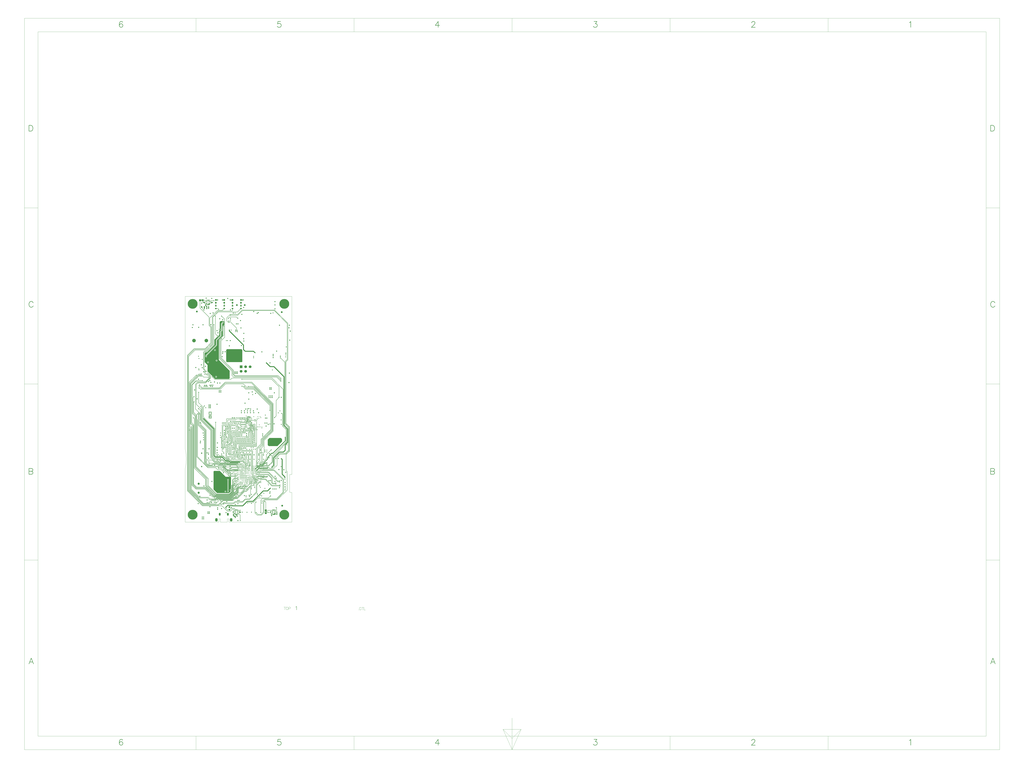
<source format=gtl>
G04*
G04 #@! TF.GenerationSoftware,Altium Limited,Altium Designer,20.2.6 (244)*
G04*
G04 Layer_Physical_Order=1*
G04 Layer_Color=255*
%FSLAX43Y43*%
%MOMM*%
G71*
G04*
G04 #@! TF.SameCoordinates,ADE9251E-79DE-46AD-AD66-6379AD971F3A*
G04*
G04*
G04 #@! TF.FilePolarity,Positive*
G04*
G01*
G75*
%ADD11C,0.127*%
%ADD13C,0.305*%
%ADD14C,0.102*%
%ADD15C,0.025*%
%ADD16C,0.254*%
%ADD36C,0.406*%
%ADD38R,0.950X0.400*%
%ADD39R,0.350X1.300*%
%ADD40R,2.300X0.350*%
%ADD41R,0.813X0.889*%
%ADD42C,0.152*%
%ADD43R,0.559X0.559*%
%ADD44R,0.787X0.813*%
%ADD45R,0.813X0.787*%
%ADD46C,1.016*%
%ADD47C,0.508*%
%ADD48C,0.381*%
%ADD49C,0.129*%
%ADD50C,0.155*%
%ADD51C,0.130*%
%ADD52C,0.203*%
%ADD53C,0.142*%
%ADD54C,1.194*%
%ADD55C,2.007*%
%ADD56C,0.711*%
%ADD57O,1.397X1.905*%
%ADD58O,1.067X1.600*%
%ADD59C,0.991*%
%ADD60C,5.512*%
%ADD61C,1.524*%
%ADD62R,1.524X1.524*%
%ADD63C,0.610*%
%ADD64C,0.508*%
G36*
X45847Y6191D02*
X45339Y5683D01*
X44831Y6191D01*
Y7112D01*
X45847D01*
Y6191D01*
D02*
G37*
G36*
Y4572D02*
X44831D01*
Y5933D01*
X45337Y5427D01*
X45479Y5569D01*
X45847Y5937D01*
Y4572D01*
D02*
G37*
G36*
X22860Y25527D02*
X25654D01*
X25781Y25400D01*
Y18666D01*
X25683Y18586D01*
X25603Y18602D01*
X25425Y18566D01*
X25274Y18465D01*
X25173Y18314D01*
X25137Y18136D01*
X25173Y17957D01*
X25274Y17806D01*
X25425Y17705D01*
X25603Y17669D01*
X25631Y17675D01*
X25744Y17585D01*
X25747Y17492D01*
X24625Y16370D01*
X18047D01*
X15989Y18428D01*
Y28080D01*
Y28562D01*
X16256Y28829D01*
X19558D01*
X22860Y25527D01*
D02*
G37*
G36*
X54534Y46761D02*
Y45390D01*
X51943Y42799D01*
X47066D01*
X46482Y43383D01*
Y46431D01*
X47396Y47346D01*
X53950D01*
X54534Y46761D01*
D02*
G37*
G36*
X21971Y112852D02*
Y110947D01*
X21664Y110640D01*
X21558Y110619D01*
X21424Y110529D01*
X21334Y110395D01*
X21313Y110289D01*
X21209Y110185D01*
Y104927D01*
X18923Y102641D01*
Y91313D01*
X25019Y85217D01*
Y80899D01*
X24638Y80518D01*
X16891D01*
X15649Y81760D01*
X15654Y81788D01*
X15623Y81947D01*
X15533Y82081D01*
X15399Y82171D01*
X15240Y82202D01*
X15212Y82197D01*
X12573Y84836D01*
Y88417D01*
X10973Y90018D01*
Y91669D01*
Y95098D01*
X11379Y95504D01*
X12294D01*
X16535Y99746D01*
Y102286D01*
X16537Y102288D01*
Y102694D01*
X18119Y104276D01*
X18129Y104269D01*
X18288Y104238D01*
X18447Y104269D01*
X18581Y104359D01*
X18671Y104493D01*
X18702Y104652D01*
X18671Y104811D01*
X18664Y104821D01*
X19215Y105372D01*
Y107455D01*
Y107836D01*
X19445Y108066D01*
X19508Y108078D01*
X19659Y108179D01*
X19760Y108330D01*
X19796Y108509D01*
X19760Y108687D01*
X19659Y108838D01*
X19508Y108939D01*
X19456Y108950D01*
Y112624D01*
X19964Y113132D01*
X21692D01*
X21971Y112852D01*
D02*
G37*
G36*
X32131Y96901D02*
Y90297D01*
X31877Y90043D01*
X23495D01*
X23114Y90424D01*
Y96901D01*
X23495Y97282D01*
X31750D01*
X32131Y96901D01*
D02*
G37*
G36*
X10414Y124333D02*
X9053D01*
X9559Y124839D01*
X9417Y124981D01*
X9049Y125349D01*
X10414D01*
Y124333D01*
D02*
G37*
G36*
X9303Y124841D02*
X8795Y124333D01*
X7874D01*
Y125349D01*
X8795D01*
X9303Y124841D01*
D02*
G37*
G36*
X14134Y60820D02*
X14025D01*
Y61518D01*
X14023Y61516D01*
X14018Y61511D01*
X14009Y61504D01*
X13997Y61495D01*
X13982Y61483D01*
X13964Y61471D01*
X13943Y61457D01*
X13920Y61443D01*
X13919D01*
X13917Y61441D01*
X13914Y61439D01*
X13909Y61437D01*
X13904Y61433D01*
X13897Y61430D01*
X13881Y61421D01*
X13864Y61413D01*
X13845Y61403D01*
X13824Y61394D01*
X13805Y61386D01*
Y61492D01*
X13806Y61493D01*
X13809Y61494D01*
X13814Y61497D01*
X13820Y61500D01*
X13828Y61504D01*
X13838Y61509D01*
X13848Y61515D01*
X13859Y61521D01*
X13884Y61536D01*
X13911Y61555D01*
X13939Y61574D01*
X13966Y61596D01*
X13967Y61597D01*
X13968Y61599D01*
X13972Y61602D01*
X13977Y61607D01*
X13982Y61613D01*
X13989Y61619D01*
X14003Y61635D01*
X14020Y61653D01*
X14036Y61673D01*
X14051Y61694D01*
X14063Y61716D01*
X14134D01*
Y60820D01*
D02*
G37*
G36*
X14089Y59693D02*
X14099D01*
X14110Y59692D01*
X14123Y59690D01*
X14148Y59687D01*
X14176Y59683D01*
X14202Y59676D01*
X14227Y59666D01*
X14228D01*
X14230Y59665D01*
X14233Y59663D01*
X14238Y59661D01*
X14248Y59655D01*
X14263Y59646D01*
X14278Y59634D01*
X14294Y59620D01*
X14309Y59602D01*
X14324Y59583D01*
Y59582D01*
X14326Y59580D01*
X14327Y59577D01*
X14330Y59573D01*
X14333Y59568D01*
X14335Y59562D01*
X14342Y59547D01*
X14348Y59530D01*
X14354Y59509D01*
X14358Y59488D01*
X14360Y59465D01*
Y59464D01*
Y59462D01*
Y59459D01*
Y59455D01*
X14358Y59445D01*
X14356Y59430D01*
X14352Y59414D01*
X14346Y59395D01*
X14338Y59377D01*
X14328Y59357D01*
Y59356D01*
X14327Y59356D01*
X14325Y59353D01*
X14322Y59349D01*
X14315Y59340D01*
X14305Y59328D01*
X14292Y59316D01*
X14275Y59302D01*
X14257Y59289D01*
X14235Y59276D01*
X14236D01*
X14239Y59275D01*
X14243Y59273D01*
X14248Y59271D01*
X14255Y59268D01*
X14263Y59266D01*
X14280Y59257D01*
X14301Y59246D01*
X14321Y59232D01*
X14341Y59215D01*
X14359Y59195D01*
X14360Y59194D01*
X14361Y59192D01*
X14363Y59189D01*
X14365Y59185D01*
X14369Y59179D01*
X14373Y59173D01*
X14377Y59165D01*
X14381Y59156D01*
X14389Y59137D01*
X14396Y59114D01*
X14401Y59087D01*
X14403Y59074D01*
Y59059D01*
Y59058D01*
Y59056D01*
Y59054D01*
Y59049D01*
X14402Y59043D01*
Y59037D01*
X14400Y59022D01*
X14396Y59003D01*
X14392Y58984D01*
X14385Y58963D01*
X14376Y58942D01*
Y58941D01*
X14375Y58940D01*
X14373Y58937D01*
X14371Y58934D01*
X14365Y58924D01*
X14358Y58912D01*
X14349Y58899D01*
X14337Y58885D01*
X14325Y58872D01*
X14310Y58859D01*
X14308Y58858D01*
X14304Y58854D01*
X14295Y58849D01*
X14283Y58843D01*
X14270Y58836D01*
X14253Y58828D01*
X14234Y58821D01*
X14213Y58816D01*
X14212D01*
X14210Y58815D01*
X14207D01*
X14202Y58814D01*
X14196Y58813D01*
X14189Y58811D01*
X14182Y58810D01*
X14173Y58809D01*
X14163Y58807D01*
X14152Y58806D01*
X14127Y58803D01*
X14099Y58802D01*
X14068Y58801D01*
X13729D01*
Y59694D01*
X14080D01*
X14089Y59693D01*
D02*
G37*
%LPC*%
G36*
X24130Y24265D02*
X24062Y24251D01*
X24050Y24250D01*
X24039Y24247D01*
X23971Y24233D01*
X23920Y24199D01*
X23919Y24198D01*
X23889Y24179D01*
X23888Y24178D01*
X23837Y24144D01*
X23799Y24086D01*
X23792Y24076D01*
X23786Y24067D01*
X23747Y24009D01*
X23735Y23949D01*
X23735Y23947D01*
X23728Y23912D01*
X23728Y23911D01*
X23716Y23851D01*
X23729Y23783D01*
X23731Y23771D01*
X23734Y23760D01*
X23747Y23692D01*
X23782Y23641D01*
X23782Y23639D01*
X23802Y23610D01*
X23803Y23609D01*
X23837Y23558D01*
X23871Y23535D01*
Y17613D01*
X23837Y17590D01*
X23799Y17533D01*
X23792Y17523D01*
X23786Y17513D01*
X23747Y17456D01*
X23735Y17395D01*
X23735Y17394D01*
X23728Y17359D01*
X23728Y17358D01*
X23716Y17297D01*
X23729Y17229D01*
X23731Y17218D01*
X23734Y17207D01*
X23747Y17139D01*
X23782Y17087D01*
X23782Y17086D01*
X23802Y17057D01*
X23803Y17056D01*
X23837Y17004D01*
X23895Y16966D01*
X23904Y16959D01*
X23914Y16953D01*
X23971Y16915D01*
X24032Y16903D01*
X24034Y16902D01*
X24068Y16895D01*
X24070Y16895D01*
X24130Y16883D01*
X24198Y16897D01*
X24210Y16898D01*
X24221Y16901D01*
X24289Y16915D01*
X24340Y16949D01*
X24341Y16950D01*
X24371Y16969D01*
X24372Y16970D01*
X24423Y17004D01*
X24461Y17062D01*
X24468Y17072D01*
X24474Y17081D01*
X24513Y17139D01*
X24525Y17199D01*
X24525Y17201D01*
X24532Y17236D01*
X24532Y17237D01*
X24544Y17297D01*
X24531Y17365D01*
X24529Y17377D01*
X24526Y17388D01*
X24513Y17456D01*
X24478Y17507D01*
X24478Y17509D01*
X24458Y17538D01*
X24457Y17539D01*
X24423Y17590D01*
X24389Y17613D01*
Y23535D01*
X24423Y23558D01*
X24461Y23615D01*
X24468Y23625D01*
X24474Y23635D01*
X24513Y23692D01*
X24525Y23753D01*
X24525Y23754D01*
X24532Y23789D01*
X24532Y23790D01*
X24544Y23851D01*
X24531Y23919D01*
X24529Y23930D01*
X24526Y23941D01*
X24513Y24009D01*
X24478Y24061D01*
X24478Y24062D01*
X24458Y24091D01*
X24457Y24092D01*
X24423Y24144D01*
X24365Y24182D01*
X24356Y24189D01*
X24346Y24195D01*
X24289Y24233D01*
X24228Y24245D01*
X24226Y24246D01*
X24192Y24253D01*
X24190Y24253D01*
X24130Y24265D01*
D02*
G37*
G36*
X22606Y17687D02*
X22447Y17655D01*
X22402Y17625D01*
X22313Y17565D01*
X22223Y17431D01*
X22191Y17272D01*
X22223Y17113D01*
X22313Y16979D01*
X22402Y16919D01*
X22447Y16889D01*
X22606Y16857D01*
X22765Y16889D01*
X22899Y16979D01*
X22989Y17113D01*
X23021Y17272D01*
X22989Y17431D01*
X22899Y17565D01*
X22765Y17655D01*
X22606Y17687D01*
D02*
G37*
G36*
X21285Y112809D02*
X21217Y112796D01*
X21205Y112794D01*
X21194Y112791D01*
X21127Y112778D01*
X21075Y112743D01*
X21074Y112743D01*
X21044Y112723D01*
X21043Y112722D01*
X20992Y112688D01*
X20954Y112630D01*
X20946Y112620D01*
X20941Y112611D01*
X20902Y112554D01*
X20890Y112493D01*
X20890Y112491D01*
X20883Y112456D01*
X20883Y112456D01*
X20882Y112453D01*
X20880Y112439D01*
X20256Y111815D01*
Y107955D01*
X19748Y107447D01*
Y104957D01*
X17335Y102544D01*
Y99801D01*
X11493Y93959D01*
Y93474D01*
X11484Y93460D01*
X11483Y93459D01*
X11464Y93430D01*
X11463Y93428D01*
X11428Y93377D01*
X11415Y93309D01*
X11412Y93298D01*
X11410Y93286D01*
X11397Y93218D01*
X11409Y93158D01*
X11409Y93157D01*
X11416Y93122D01*
X11416Y93120D01*
X11428Y93059D01*
X11466Y93002D01*
X11472Y92993D01*
X11479Y92983D01*
X11518Y92925D01*
X11569Y92891D01*
X11570Y92890D01*
X11599Y92871D01*
X11601Y92870D01*
X11652Y92835D01*
X11720Y92822D01*
X11731Y92819D01*
X11743Y92817D01*
X11811Y92804D01*
X11871Y92816D01*
X11872Y92816D01*
X11907Y92823D01*
X11909Y92823D01*
X11970Y92835D01*
X12027Y92873D01*
X12036Y92879D01*
X12046Y92886D01*
X12104Y92925D01*
X12138Y92976D01*
X12139Y92977D01*
X12158Y93006D01*
X12159Y93008D01*
X12194Y93059D01*
X12207Y93127D01*
X12210Y93138D01*
X12212Y93150D01*
X12225Y93218D01*
X12213Y93278D01*
X12213Y93279D01*
X12206Y93314D01*
X12206Y93316D01*
X12194Y93377D01*
X12156Y93434D01*
X12150Y93443D01*
X12143Y93453D01*
X12129Y93474D01*
Y93696D01*
X17971Y99538D01*
Y102281D01*
X20384Y104694D01*
Y107183D01*
X20892Y107691D01*
Y111552D01*
X21329Y111989D01*
X21343Y111992D01*
X21346Y111993D01*
X21365Y111996D01*
X21376Y111999D01*
X21444Y112012D01*
X21495Y112047D01*
X21497Y112047D01*
X21526Y112067D01*
X21527Y112068D01*
X21578Y112102D01*
X21617Y112160D01*
X21624Y112170D01*
X21630Y112179D01*
X21668Y112236D01*
X21680Y112297D01*
X21681Y112299D01*
X21687Y112334D01*
X21688Y112335D01*
X21700Y112395D01*
X21686Y112463D01*
X21684Y112475D01*
X21681Y112486D01*
X21668Y112554D01*
X21634Y112605D01*
X21633Y112607D01*
X21613Y112636D01*
X21612Y112637D01*
X21578Y112688D01*
X21520Y112727D01*
X21511Y112734D01*
X21501Y112740D01*
X21444Y112778D01*
X21383Y112790D01*
X21381Y112790D01*
X21346Y112797D01*
X21345Y112797D01*
X21285Y112809D01*
D02*
G37*
G36*
X16764Y97241D02*
X16585Y97205D01*
X16535Y97171D01*
X16434Y97104D01*
X16333Y96953D01*
X16297Y96774D01*
X16333Y96595D01*
X16434Y96444D01*
X16535Y96377D01*
X16585Y96343D01*
X16764Y96307D01*
X16943Y96343D01*
X17094Y96444D01*
X17195Y96595D01*
X17231Y96774D01*
X17195Y96953D01*
X17094Y97104D01*
X16943Y97205D01*
X16764Y97241D01*
D02*
G37*
G36*
X17729Y91399D02*
X17551Y91363D01*
X17500Y91329D01*
X17399Y91262D01*
X17298Y91111D01*
X17263Y90932D01*
X17298Y90753D01*
X17399Y90602D01*
X17500Y90535D01*
X17551Y90501D01*
X17729Y90465D01*
X17908Y90501D01*
X18059Y90602D01*
X18160Y90753D01*
X18196Y90932D01*
X18160Y91111D01*
X18059Y91262D01*
X17908Y91363D01*
X17729Y91399D01*
D02*
G37*
G36*
X12827Y90383D02*
X12648Y90347D01*
X12598Y90313D01*
X12497Y90246D01*
X12396Y90095D01*
X12360Y89916D01*
X12396Y89737D01*
X12497Y89586D01*
X12598Y89519D01*
X12648Y89485D01*
X12827Y89449D01*
X13006Y89485D01*
X13157Y89586D01*
X13258Y89737D01*
X13294Y89916D01*
X13258Y90095D01*
X13157Y90246D01*
X13006Y90347D01*
X12827Y90383D01*
D02*
G37*
G36*
X17379Y82275D02*
X17200Y82239D01*
X17150Y82205D01*
X17049Y82138D01*
X16948Y81987D01*
X16912Y81808D01*
X16948Y81629D01*
X17049Y81478D01*
X17150Y81411D01*
X17200Y81377D01*
X17379Y81341D01*
X17558Y81377D01*
X17709Y81478D01*
X17810Y81629D01*
X17846Y81808D01*
X17810Y81987D01*
X17709Y82138D01*
X17558Y82239D01*
X17379Y82275D01*
D02*
G37*
G36*
X14042Y59589D02*
X13847D01*
Y59319D01*
X14059D01*
X14066Y59320D01*
X14083D01*
X14101Y59321D01*
X14121Y59323D01*
X14138Y59326D01*
X14146Y59326D01*
X14153Y59328D01*
X14154D01*
X14155Y59329D01*
X14160Y59331D01*
X14168Y59334D01*
X14178Y59339D01*
X14188Y59345D01*
X14200Y59353D01*
X14211Y59362D01*
X14220Y59373D01*
X14221Y59375D01*
X14224Y59379D01*
X14228Y59386D01*
X14232Y59394D01*
X14236Y59406D01*
X14240Y59419D01*
X14243Y59434D01*
X14244Y59451D01*
Y59452D01*
Y59453D01*
Y59459D01*
X14243Y59467D01*
X14241Y59477D01*
X14238Y59490D01*
X14234Y59504D01*
X14229Y59517D01*
X14221Y59530D01*
X14220Y59532D01*
X14217Y59536D01*
X14213Y59541D01*
X14206Y59548D01*
X14197Y59556D01*
X14186Y59564D01*
X14175Y59570D01*
X14160Y59576D01*
X14158Y59577D01*
X14156D01*
X14153Y59578D01*
X14149Y59579D01*
X14143Y59580D01*
X14136Y59581D01*
X14129Y59583D01*
X14121Y59584D01*
X14110Y59585D01*
X14099Y59586D01*
X14087Y59587D01*
X14073Y59588D01*
X14059D01*
X14042Y59589D01*
D02*
G37*
G36*
X14053Y59213D02*
X13847D01*
Y58906D01*
X14089D01*
X14101Y58907D01*
X14114D01*
X14127Y58908D01*
X14140Y58909D01*
X14150Y58910D01*
X14152D01*
X14156Y58911D01*
X14164Y58913D01*
X14174Y58916D01*
X14185Y58919D01*
X14195Y58924D01*
X14207Y58929D01*
X14217Y58935D01*
X14218Y58936D01*
X14222Y58937D01*
X14227Y58941D01*
X14234Y58947D01*
X14241Y58954D01*
X14248Y58963D01*
X14256Y58972D01*
X14263Y58984D01*
X14264Y58986D01*
X14266Y58990D01*
X14269Y58996D01*
X14273Y59006D01*
X14275Y59017D01*
X14278Y59029D01*
X14280Y59044D01*
X14281Y59059D01*
Y59060D01*
Y59061D01*
Y59064D01*
Y59068D01*
X14280Y59077D01*
X14278Y59089D01*
X14275Y59103D01*
X14271Y59117D01*
X14264Y59132D01*
X14255Y59146D01*
X14254Y59148D01*
X14250Y59152D01*
X14245Y59159D01*
X14237Y59167D01*
X14226Y59176D01*
X14214Y59183D01*
X14200Y59191D01*
X14184Y59198D01*
X14183D01*
X14182Y59199D01*
X14179Y59200D01*
X14175Y59201D01*
X14170Y59202D01*
X14165Y59203D01*
X14158Y59205D01*
X14151Y59206D01*
X14141Y59207D01*
X14131Y59208D01*
X14121Y59209D01*
X14109Y59211D01*
X14083Y59212D01*
X14053Y59213D01*
D02*
G37*
%LPD*%
D11*
X27813Y28702D02*
X29870D01*
X26543Y27432D02*
X27813Y28702D01*
X25019Y27432D02*
X26543D01*
X21336Y31115D02*
X25019Y27432D01*
X20955Y31115D02*
X21336D01*
X20701Y30861D02*
X20955Y31115D01*
X18796Y30861D02*
X20701D01*
X4445Y70104D02*
X4953Y70612D01*
X4445Y61341D02*
Y70104D01*
Y61341D02*
X5893Y59893D01*
Y31013D02*
Y59893D01*
Y31013D02*
X12421Y24486D01*
Y20599D02*
Y24486D01*
Y20599D02*
X17399Y15621D01*
X24873D01*
X26391Y17139D01*
Y20505D01*
X26924Y21039D01*
Y23622D01*
X27813Y24511D01*
X29337D01*
X29870Y25044D01*
X7899Y61519D02*
X8357Y61062D01*
Y57607D02*
Y61062D01*
X7747Y56998D02*
X8357Y57607D01*
X7747Y54686D02*
Y56998D01*
Y54686D02*
X11125Y51308D01*
Y33706D02*
Y51308D01*
Y33706D02*
X12954Y31877D01*
X15189D01*
X15875Y32563D01*
X18110D01*
X18796Y31877D01*
X21314D01*
X24235Y28956D01*
X26797D01*
X27051Y29210D01*
X29870D01*
X31115Y18796D02*
X32004Y19685D01*
X32236D01*
X32998Y20447D01*
X33884D01*
X33909Y20472D01*
X28715Y23381D02*
X29870Y24536D01*
X27813Y23381D02*
X28715D01*
X27305Y22873D02*
X27813Y23381D01*
X27305Y21060D02*
Y22873D01*
X26645Y20400D02*
X27305Y21060D01*
X26645Y17033D02*
Y20400D01*
X24978Y15367D02*
X26645Y17033D01*
X17018Y15367D02*
X24978D01*
X11849Y20536D02*
X17018Y15367D01*
X11849Y20536D02*
Y24498D01*
X5537Y30810D02*
X11849Y24498D01*
X5537Y30810D02*
Y59614D01*
X4064Y61087D02*
X5537Y59614D01*
X4064Y61087D02*
Y77238D01*
X5947Y79121D01*
X11579D01*
X13589Y81131D01*
Y82042D01*
X12954Y82677D02*
X13589Y82042D01*
X12361Y82677D02*
X12954D01*
X10922Y84116D02*
X12361Y82677D01*
X10922Y84116D02*
Y85344D01*
X10287Y85979D02*
X10922Y85344D01*
X10287Y85979D02*
Y95631D01*
X10922Y96266D01*
X11887D01*
X15684Y100063D01*
Y115354D01*
X18593Y118262D01*
X29489D01*
X31369Y120142D01*
X28981Y39040D02*
X30048D01*
X30175Y39167D01*
Y39802D01*
X30302Y39929D01*
X30861D01*
X30988Y40056D01*
Y42418D01*
X31115Y42545D01*
X32503D01*
X32630Y42418D01*
Y41275D02*
Y42418D01*
Y41275D02*
X32757Y41148D01*
X33011D01*
X33138Y41275D01*
Y42418D01*
X33265Y42545D01*
X33519D01*
X33646Y42418D01*
Y41402D02*
Y42418D01*
Y41402D02*
X33773Y41275D01*
X34027D01*
X34154Y41402D01*
Y42418D01*
X34281Y42545D01*
X40056D01*
X40183Y42672D01*
Y57099D01*
X40056Y57226D02*
X40183Y57099D01*
X36779Y57226D02*
X40056D01*
X36652Y57353D02*
X36779Y57226D01*
X36652Y57353D02*
Y57556D01*
X36566Y57642D02*
X36652Y57556D01*
X36072Y32228D02*
Y33223D01*
X35945Y33350D02*
X36072Y33223D01*
X35585Y33350D02*
X35945D01*
X35458Y33477D02*
X35585Y33350D01*
X35458Y33477D02*
Y37567D01*
X35331Y37694D02*
X35458Y37567D01*
X34674Y37694D02*
X35331D01*
X34547Y37567D02*
X34674Y37694D01*
X34547Y36017D02*
Y37567D01*
X34420Y35890D02*
X34547Y36017D01*
X34166Y35890D02*
X34420D01*
X34039Y36017D02*
X34166Y35890D01*
X34039Y36017D02*
Y37567D01*
X33912Y37694D02*
X34039Y37567D01*
X31087Y37694D02*
X33912D01*
X30960Y37567D02*
X31087Y37694D01*
X30960Y37135D02*
Y37567D01*
X30833Y37008D02*
X30960Y37135D01*
X30579Y37008D02*
X30833D01*
X30452Y37135D02*
X30579Y37008D01*
X30452Y37135D02*
Y37567D01*
X30325Y37694D02*
X30452Y37567D01*
X28989Y37694D02*
X30325D01*
X28862Y37567D02*
X28989Y37694D01*
X28862Y37135D02*
Y37567D01*
X28735Y37008D02*
X28862Y37135D01*
X28481Y37008D02*
X28735D01*
X28354Y37135D02*
X28481Y37008D01*
X28354Y37135D02*
Y37567D01*
X28227Y37694D02*
X28354Y37567D01*
X27973Y37694D02*
X28227D01*
X27846Y37567D02*
X27973Y37694D01*
X27846Y37135D02*
Y37567D01*
X27719Y37008D02*
X27846Y37135D01*
X27465Y37008D02*
X27719D01*
X27338Y37135D02*
X27465Y37008D01*
X27338Y37135D02*
Y37567D01*
X27211Y37694D02*
X27338Y37567D01*
X25019Y37694D02*
X27211D01*
X24892Y37821D02*
X25019Y37694D01*
X24892Y37821D02*
Y42926D01*
X26607Y44640D01*
Y48311D01*
X26733Y48438D01*
X30734D01*
X30861Y48565D01*
Y50038D01*
X30988Y50165D01*
X31330D01*
X31457Y50038D01*
Y48641D02*
Y50038D01*
Y48641D02*
X31584Y48514D01*
X31838D01*
X31965Y48641D01*
Y50038D01*
X32092Y50165D01*
X33782D01*
X33909Y50292D01*
Y51054D01*
X34036Y51181D01*
X35814D01*
X36449Y51816D01*
Y52908D01*
X37059Y53518D01*
Y53899D01*
X36652Y54305D02*
X37059Y53899D01*
X36017Y54305D02*
X36652D01*
X35433Y54889D02*
X36017Y54305D01*
X35433Y54889D02*
Y58178D01*
X35689Y58434D01*
X35757D01*
X28448Y20447D02*
X29870Y21869D01*
X28448Y20012D02*
Y20447D01*
X27407Y18971D02*
X28448Y20012D01*
X27407Y16717D02*
Y18971D01*
X25295Y14605D02*
X27407Y16717D01*
X16180Y14605D02*
X25295D01*
X11481Y19304D02*
X16180Y14605D01*
X6350Y19304D02*
X11481D01*
X4572Y21082D02*
X6350Y19304D01*
X4572Y21082D02*
Y54356D01*
X3302Y55626D02*
X4572Y54356D01*
X3302Y55626D02*
Y77826D01*
X8077Y82601D01*
X8661D01*
X9093Y82169D01*
X7747Y75565D02*
X8509Y74803D01*
X19812D01*
X22733Y77724D01*
X32766D01*
X34671Y75819D01*
X38735D01*
X48514Y66040D01*
Y51918D02*
Y66040D01*
X43053Y46457D02*
X48514Y51918D01*
X43053Y43586D02*
Y46457D01*
X40742Y41275D02*
X43053Y43586D01*
X40742Y34798D02*
Y41275D01*
X40437Y34493D02*
X40742Y34798D01*
X40437Y32618D02*
Y34493D01*
Y32618D02*
X40826Y32228D01*
X29743Y20853D02*
X29870Y20980D01*
X29743Y19794D02*
Y20853D01*
X28956Y19007D02*
X29743Y19794D01*
X28956Y17526D02*
Y19007D01*
X25527Y14097D02*
X28956Y17526D01*
X15596Y14097D02*
X25527D01*
X11125Y18567D02*
X15596Y14097D01*
X6071Y18567D02*
X11125D01*
X3835Y20803D02*
X6071Y18567D01*
X3835Y20803D02*
Y53315D01*
X3556Y53594D02*
X3835Y53315D01*
X36398Y59436D02*
X36576Y59258D01*
X35179Y59436D02*
X36398D01*
X34646Y58903D02*
X35179Y59436D01*
X34646Y56744D02*
Y58903D01*
X34239Y56337D02*
X34646Y56744D01*
X31394Y56337D02*
X34239D01*
X30988Y56744D02*
X31394Y56337D01*
X26518Y56744D02*
X30988D01*
X26391Y56617D02*
X26518Y56744D01*
X26391Y56159D02*
Y56617D01*
X26264Y56032D02*
X26391Y56159D01*
X24587Y56032D02*
X26264D01*
X24460Y55905D02*
X24587Y56032D01*
X24460Y53188D02*
Y55905D01*
X24333Y53061D02*
X24460Y53188D01*
X22784Y53061D02*
X24333D01*
X22657Y52934D02*
X22784Y53061D01*
X22657Y48768D02*
Y52934D01*
X22530Y48641D02*
X22657Y48768D01*
X21768Y48641D02*
X22530D01*
X21641Y48514D02*
X21768Y48641D01*
X21641Y48260D02*
Y48514D01*
Y48260D02*
X21768Y48133D01*
X22225D01*
X22352Y48006D01*
Y47676D02*
Y48006D01*
X22225Y47549D02*
X22352Y47676D01*
X21463Y47549D02*
X22225D01*
X21336Y47422D02*
X21463Y47549D01*
X21336Y46355D02*
Y47422D01*
Y46355D02*
X21463Y46228D01*
X21946D01*
X22073Y46101D01*
Y45237D02*
Y46101D01*
X21946Y45110D02*
X22073Y45237D01*
X21463Y45110D02*
X21946D01*
X21336Y44983D02*
X21463Y45110D01*
X21336Y42088D02*
Y44983D01*
Y42088D02*
X21387Y42037D01*
Y42012D02*
Y42037D01*
X44069Y29718D02*
X49454D01*
X51689Y31953D01*
Y36551D01*
X53365Y38227D01*
X56515D01*
X58420Y40132D01*
Y53467D01*
X56413Y55474D02*
X58420Y53467D01*
X56413Y55474D02*
Y90551D01*
X57404Y91542D01*
Y111709D01*
X50165Y118948D02*
X57404Y111709D01*
X32207Y118948D02*
X50165D01*
X29616Y116357D02*
X32207Y118948D01*
X25451Y116357D02*
X29616D01*
X33274Y33630D02*
Y33655D01*
X32766Y34163D02*
X33274Y33655D01*
X25832Y34163D02*
X32766D01*
X24625Y35369D02*
X25832Y34163D01*
X24625Y35369D02*
Y35384D01*
X24335Y35674D02*
X24625Y35384D01*
X24320Y35674D02*
X24335D01*
X24308Y35687D02*
X24320Y35674D01*
X22606Y35687D02*
X24308D01*
X21336Y36957D02*
X22606Y35687D01*
X17501Y36957D02*
X21336D01*
X16764Y37694D02*
X17501Y36957D01*
X16764Y37694D02*
Y52578D01*
X10287Y59055D02*
X16764Y52578D01*
X10287Y59055D02*
Y64897D01*
X10795Y65405D01*
X46838Y13564D02*
X48063Y14789D01*
X40869Y13564D02*
X46838D01*
X38354Y11049D02*
X40869Y13564D01*
X35382Y11049D02*
X38354D01*
X35128Y10795D02*
X35382Y11049D01*
X47625Y62865D02*
Y65659D01*
X38481Y74803D02*
X47625Y65659D01*
X34036Y74803D02*
X38481D01*
X32385Y76454D02*
X34036Y74803D01*
X31877Y76454D02*
X32385D01*
X34417Y19939D02*
X34950Y20472D01*
X33782Y19939D02*
X34417D01*
X33020Y19177D02*
X33782Y19939D01*
X33020Y18288D02*
Y19177D01*
X31115Y16383D02*
X33020Y18288D01*
X29845Y16383D02*
X31115D01*
X28956Y15494D02*
X29845Y16383D01*
X28956Y14224D02*
Y15494D01*
X28702Y13970D02*
X28956Y14224D01*
X27432Y13970D02*
X28702D01*
X26289Y12827D02*
X27432Y13970D01*
X18491Y12827D02*
X26289D01*
X18161Y12497D02*
X18491Y12827D01*
X17272Y121666D02*
Y123444D01*
X29337Y31242D02*
X29870D01*
X28575Y32004D02*
X29337Y31242D01*
X23241Y32004D02*
X28575D01*
X22670Y32576D02*
X23241Y32004D01*
X19114Y32576D02*
X22670D01*
X18542Y33147D02*
X19114Y32576D01*
X13564Y33147D02*
X18542D01*
X13437Y33274D02*
X13564Y33147D01*
X21768Y38684D02*
Y39116D01*
X20803Y40081D02*
X21768Y39116D01*
X20803Y40081D02*
Y41478D01*
X20930Y41605D01*
Y43790D01*
X20701Y44018D02*
X20930Y43790D01*
X20701Y44018D02*
Y47752D01*
X21260Y48311D01*
Y54102D01*
X21387Y54229D01*
X23825D01*
X23952Y54356D01*
Y57379D01*
X24079Y57506D01*
X28321D01*
X28956Y58141D01*
X30632D01*
X30759Y58014D01*
X33528D01*
X33786Y57756D01*
Y57247D02*
Y57756D01*
Y57247D02*
X34188Y56845D01*
X29504Y6013D02*
X29762D01*
X30378Y6629D01*
X30937D01*
X31369Y121666D02*
Y123444D01*
X26670Y121666D02*
Y123444D01*
X30128Y19820D02*
Y20472D01*
X29210Y18901D02*
X30128Y19820D01*
X29210Y17250D02*
Y18901D01*
X28203Y16243D02*
X29210Y17250D01*
X28076Y16243D02*
X28203D01*
X25676Y13843D02*
X28076Y16243D01*
X17696Y13843D02*
X25676D01*
X16934Y13081D02*
X17696Y13843D01*
X13970Y13081D02*
X16934D01*
X13081Y13970D02*
X13970Y13081D01*
X8001Y13970D02*
X13081D01*
X3505Y18466D02*
X8001Y13970D01*
X3505Y18466D02*
Y52756D01*
X2667Y53594D02*
X3505Y52756D01*
X2667Y53594D02*
Y78359D01*
X7671Y83363D01*
X9093D01*
X35763Y51740D02*
Y52019D01*
X35636Y51613D02*
X35763Y51740D01*
X33655Y51613D02*
X35636D01*
X33528Y51486D02*
X33655Y51613D01*
X33528Y50673D02*
Y51486D01*
X33401Y50546D02*
X33528Y50673D01*
X30542Y50546D02*
X33401D01*
X30415Y50419D02*
X30542Y50546D01*
X30415Y49022D02*
Y50419D01*
X30288Y48895D02*
X30415Y49022D01*
X30034Y48895D02*
X30288D01*
X29907Y49022D02*
X30034Y48895D01*
X29907Y49022D02*
Y50419D01*
X29780Y50546D02*
X29907Y50419D01*
X29526Y50546D02*
X29780D01*
X29399Y50419D02*
X29526Y50546D01*
X29399Y49022D02*
Y50419D01*
X29272Y48895D02*
X29399Y49022D01*
X29018Y48895D02*
X29272D01*
X28891Y49022D02*
X29018Y48895D01*
X28891Y49022D02*
Y50419D01*
X28764Y50546D02*
X28891Y50419D01*
X28510Y50546D02*
X28764D01*
X28383Y50419D02*
X28510Y50546D01*
X28383Y49022D02*
Y50419D01*
X28256Y48895D02*
X28383Y49022D01*
X28002Y48895D02*
X28256D01*
X27875Y49022D02*
X28002Y48895D01*
X27875Y49022D02*
Y50419D01*
X27748Y50546D02*
X27875Y50419D01*
X27381Y50546D02*
X27748D01*
X27254Y50419D02*
X27381Y50546D01*
X27254Y49149D02*
Y50419D01*
X27127Y49022D02*
X27254Y49149D01*
X26289Y49022D02*
X27127D01*
X26162Y48895D02*
X26289Y49022D01*
X26162Y44907D02*
Y48895D01*
X24562Y43307D02*
X26162Y44907D01*
X23495Y43307D02*
X24562D01*
X23368Y43180D02*
X23495Y43307D01*
X23368Y42887D02*
Y43180D01*
Y42887D02*
X23495Y42760D01*
X24257D01*
X24384Y42633D01*
Y42379D02*
Y42633D01*
X24257Y42252D02*
X24384Y42379D01*
X23495Y42252D02*
X24257D01*
X23368Y42125D02*
X23495Y42252D01*
X23368Y41871D02*
Y42125D01*
Y41871D02*
X23495Y41744D01*
X24257D01*
X24384Y41617D01*
Y41363D02*
Y41617D01*
X24257Y41236D02*
X24384Y41363D01*
X23495Y41236D02*
X24257D01*
X23368Y41109D02*
X23495Y41236D01*
X23368Y40855D02*
Y41109D01*
Y40855D02*
X23495Y40728D01*
X24257D01*
X24384Y40601D01*
Y40347D02*
Y40601D01*
X24257Y40220D02*
X24384Y40347D01*
X23495Y40220D02*
X24257D01*
X23368Y40093D02*
X23495Y40220D01*
X23368Y39839D02*
Y40093D01*
Y39839D02*
X23495Y39712D01*
X24257D01*
X24384Y39585D01*
Y39331D02*
Y39585D01*
X24257Y39204D02*
X24384Y39331D01*
X23495Y39204D02*
X24257D01*
X23368Y39077D02*
X23495Y39204D01*
X23368Y37160D02*
Y39077D01*
Y37160D02*
X23495Y37033D01*
X26441D01*
X26568Y36906D01*
Y36716D02*
Y36906D01*
Y36716D02*
X26695Y36589D01*
X32436D01*
X32563Y36462D01*
Y35560D02*
Y36462D01*
Y35560D02*
X32690Y35433D01*
X34722D01*
X34849Y35306D01*
Y31805D02*
Y35306D01*
X34472Y31428D02*
X34849Y31805D01*
X29675Y33020D02*
X29870Y32825D01*
X23749Y33020D02*
X29675D01*
X23089Y33680D02*
X23749Y33020D01*
X22200Y33680D02*
X23089D01*
X21082Y34798D02*
X22200Y33680D01*
X19050Y34798D02*
X21082D01*
X18415Y35433D02*
X19050Y34798D01*
X16510Y35433D02*
X18415D01*
X15113Y36830D02*
X16510Y35433D01*
X15113Y36830D02*
Y51943D01*
X9398Y57658D02*
X15113Y51943D01*
X9398Y57658D02*
Y64516D01*
X8763Y65151D02*
X9398Y64516D01*
X17018Y105943D02*
Y115951D01*
Y105943D02*
X18288Y104673D01*
Y104652D02*
Y104673D01*
X48851Y6013D02*
X49156D01*
X48260Y6604D02*
X48851Y6013D01*
X46609Y6604D02*
X48260D01*
X45720Y5715D02*
X46609Y6604D01*
X41626Y33028D02*
X42850Y34252D01*
Y41605D01*
X43967Y42723D01*
Y46203D01*
X49149Y51384D01*
Y66421D01*
X37338Y78232D02*
X49149Y66421D01*
X22479Y78232D02*
X37338D01*
X19431Y75184D02*
X22479Y78232D01*
X9271Y75184D02*
X19431D01*
X7874Y76581D02*
X9271Y75184D01*
X50292Y58801D02*
X51181Y59690D01*
Y68453D01*
X52832Y70104D01*
Y70231D01*
X37033Y52451D02*
X37414Y52832D01*
X37033Y51232D02*
Y52451D01*
X36017Y50216D02*
X37033Y51232D01*
X36017Y47701D02*
Y50216D01*
X35890Y47574D02*
X36017Y47701D01*
X34265Y47574D02*
X35890D01*
X34138Y47447D02*
X34265Y47574D01*
X34138Y45415D02*
Y47447D01*
X34011Y45288D02*
X34138Y45415D01*
X33757Y45288D02*
X34011D01*
X33630Y45415D02*
X33757Y45288D01*
X33630Y45415D02*
Y47269D01*
X33503Y47396D02*
X33630Y47269D01*
X33249Y47396D02*
X33503D01*
X33122Y47269D02*
X33249Y47396D01*
X33122Y45415D02*
Y47269D01*
X32995Y45288D02*
X33122Y45415D01*
X32741Y45288D02*
X32995D01*
X32614Y45415D02*
X32741Y45288D01*
X32614Y45415D02*
Y47269D01*
X32487Y47396D02*
X32614Y47269D01*
X32233Y47396D02*
X32487D01*
X32106Y47269D02*
X32233Y47396D01*
X32106Y45415D02*
Y47269D01*
X31979Y45288D02*
X32106Y45415D01*
X31725Y45288D02*
X31979D01*
X31598Y45415D02*
X31725Y45288D01*
X31598Y45415D02*
Y47269D01*
X31471Y47396D02*
X31598Y47269D01*
X31217Y47396D02*
X31471D01*
X31090Y47269D02*
X31217Y47396D01*
X31090Y45415D02*
Y47269D01*
X30963Y45288D02*
X31090Y45415D01*
X30709Y45288D02*
X30963D01*
X30582Y45415D02*
X30709Y45288D01*
X30582Y45415D02*
Y47269D01*
X30455Y47396D02*
X30582Y47269D01*
X30201Y47396D02*
X30455D01*
X30074Y47269D02*
X30201Y47396D01*
X30074Y45415D02*
Y47269D01*
X29947Y45288D02*
X30074Y45415D01*
X29659Y45288D02*
X29947D01*
X29532Y45415D02*
X29659Y45288D01*
X29532Y45415D02*
Y47295D01*
X29405Y47422D02*
X29532Y47295D01*
X29151Y47422D02*
X29405D01*
X29024Y47295D02*
X29151Y47422D01*
X29024Y45415D02*
Y47295D01*
X28897Y45288D02*
X29024Y45415D01*
X27661Y45288D02*
X28897D01*
X27534Y45161D02*
X27661Y45288D01*
X27534Y42545D02*
Y45161D01*
X27407Y42418D02*
X27534Y42545D01*
X25552Y42418D02*
X27407D01*
X25425Y42291D02*
X25552Y42418D01*
X25425Y38329D02*
Y42291D01*
X29743Y30734D02*
X29870Y30607D01*
X26238Y30734D02*
X29743D01*
X25832Y30328D02*
X26238Y30734D01*
X29494Y32228D02*
X29870D01*
X29210Y32512D02*
X29494Y32228D01*
X23495Y32512D02*
X29210D01*
X22924Y33083D02*
X23495Y32512D01*
X19749Y33083D02*
X22924D01*
X18923Y33909D02*
X19749Y33083D01*
X16739Y33909D02*
X18923D01*
X14351Y36297D02*
X16739Y33909D01*
X14351Y36297D02*
Y51562D01*
X8687Y57226D02*
X14351Y51562D01*
X8687Y57226D02*
Y62751D01*
X7556Y63881D02*
X8687Y62751D01*
X35433Y76327D02*
X38735D01*
X48895Y66167D01*
Y51714D02*
Y66167D01*
X43561Y46380D02*
X48895Y51714D01*
X43561Y43307D02*
Y46380D01*
X41910Y41656D02*
X43561Y43307D01*
X41910Y34544D02*
Y41656D01*
X40826Y33460D02*
X41910Y34544D01*
X40826Y33028D02*
Y33460D01*
X37363Y50749D02*
Y51130D01*
X36728Y50114D02*
X37363Y50749D01*
X36728Y45009D02*
Y50114D01*
X36601Y44882D02*
X36728Y45009D01*
X36271Y44882D02*
X36601D01*
X36144Y45009D02*
X36271Y44882D01*
X36144Y45009D02*
Y47066D01*
X36017Y47193D02*
X36144Y47066D01*
X35814Y47193D02*
X36017D01*
X35687Y47066D02*
X35814Y47193D01*
X35687Y45009D02*
Y47066D01*
X35560Y44882D02*
X35687Y45009D01*
X35306Y44882D02*
X35560D01*
X35179Y45009D02*
X35306Y44882D01*
X35179Y45009D02*
Y46990D01*
X35052Y47117D02*
X35179Y46990D01*
X34798Y47117D02*
X35052D01*
X34671Y46990D02*
X34798Y47117D01*
X34671Y45009D02*
Y46990D01*
X34544Y44882D02*
X34671Y45009D01*
X28143Y44882D02*
X34544D01*
X28016Y44755D02*
X28143Y44882D01*
X28016Y42088D02*
Y44755D01*
X27889Y41961D02*
X28016Y42088D01*
X26111Y41961D02*
X27889D01*
X25984Y41834D02*
X26111Y41961D01*
X25984Y38202D02*
Y41834D01*
Y38202D02*
X26111Y38075D01*
X35763D01*
X35890Y37948D01*
Y33934D02*
Y37948D01*
Y33934D02*
X36017Y33807D01*
X36373D01*
X36500Y33680D01*
Y31979D02*
Y33680D01*
X36373Y31852D02*
X36500Y31979D01*
X35814Y31852D02*
X36373D01*
X35687Y31725D02*
X35814Y31852D01*
X35687Y31013D02*
Y31725D01*
Y31013D02*
X36072Y30628D01*
X36847Y22694D02*
X37626Y23474D01*
X36847Y22353D02*
Y22694D01*
X36703Y22209D02*
X36847Y22353D01*
X36703Y21645D02*
Y22209D01*
X36305Y21247D02*
X36703Y21645D01*
X36158Y21247D02*
X36305D01*
X34596Y19685D02*
X36158Y21247D01*
X33909Y19685D02*
X34596D01*
X33401Y19177D02*
X33909Y19685D01*
X33401Y18166D02*
Y19177D01*
X28951Y13716D02*
X33401Y18166D01*
X27559Y13716D02*
X28951D01*
X26416Y12573D02*
X27559Y13716D01*
X19380Y12573D02*
X26416D01*
X17094Y10287D02*
X19380Y12573D01*
X10160Y10287D02*
X17094D01*
X2375Y18072D02*
X10160Y10287D01*
X2375Y18072D02*
Y51689D01*
X26467Y29515D02*
X29870D01*
X26162Y29210D02*
X26467Y29515D01*
X24625Y29210D02*
X26162D01*
X24232Y29604D02*
X24625Y29210D01*
X20574Y111684D02*
X21285Y112395D01*
X20574Y107823D02*
Y111684D01*
X20066Y107315D02*
X20574Y107823D01*
X20066Y104826D02*
Y107315D01*
X17653Y102413D02*
X20066Y104826D01*
X17653Y99670D02*
Y102413D01*
X11811Y93828D02*
X17653Y99670D01*
X11811Y93218D02*
Y93828D01*
X36323Y58445D02*
X36576D01*
X35839Y58928D02*
X36323Y58445D01*
X35560Y58928D02*
X35839D01*
X35179Y58547D02*
X35560Y58928D01*
X35179Y56464D02*
Y58547D01*
X33782Y55067D02*
X35179Y56464D01*
X30257Y55067D02*
X33782D01*
X30131Y55194D02*
X30257Y55067D01*
X30131Y55194D02*
Y55702D01*
X30003Y55829D02*
X30131Y55702D01*
X29750Y55829D02*
X30003D01*
X29622Y55702D02*
X29750Y55829D01*
X29622Y54813D02*
Y55702D01*
X29496Y54686D02*
X29622Y54813D01*
X29108Y54686D02*
X29496D01*
X28981Y54813D02*
X29108Y54686D01*
X28981Y54813D02*
Y55728D01*
X28854Y55855D02*
X28981Y55728D01*
X28473Y55855D02*
X28854D01*
X28346Y55728D02*
X28473Y55855D01*
X28346Y54813D02*
Y55728D01*
X28219Y54686D02*
X28346Y54813D01*
X25400Y54686D02*
X28219D01*
X25273Y54559D02*
X25400Y54686D01*
X25273Y52324D02*
Y54559D01*
X25146Y52197D02*
X25273Y52324D01*
X23597Y52197D02*
X25146D01*
X23470Y52070D02*
X23597Y52197D01*
X23470Y51765D02*
Y52070D01*
Y51765D02*
X23597Y51638D01*
X24282D01*
X24409Y51511D01*
Y50286D02*
Y51511D01*
X24282Y50159D02*
X24409Y50286D01*
X23698Y50159D02*
X24282D01*
X23571Y50032D02*
X23698Y50159D01*
X23571Y49778D02*
Y50032D01*
Y49778D02*
X23698Y49651D01*
X24282D01*
X24409Y49524D01*
Y47498D02*
Y49524D01*
X24282Y47371D02*
X24409Y47498D01*
X23749Y47371D02*
X24282D01*
X23622Y47244D02*
X23749Y47371D01*
X23622Y45339D02*
Y47244D01*
X41834Y32639D02*
X42585D01*
X45740Y35794D01*
Y37993D01*
X48387Y40640D01*
X21336Y41199D02*
X21895Y41758D01*
Y44450D01*
X22809Y45364D01*
Y48209D01*
X23038Y48438D01*
Y52527D01*
X23165Y52654D01*
X24740D01*
X24867Y52781D01*
Y55194D01*
X24994Y55321D01*
X26822D01*
X26949Y55448D01*
Y56185D01*
X27076Y56312D01*
X30861D01*
X31267Y55905D01*
X34138D01*
X34925Y56693D01*
Y58801D01*
X35306Y59182D01*
X35992D01*
X36322Y58852D01*
X36924D01*
X37372Y58403D01*
X29210Y31877D02*
X29870D01*
X28829Y32258D02*
X29210Y31877D01*
X23368Y32258D02*
X28829D01*
X22796Y32829D02*
X23368Y32258D01*
X19368Y32829D02*
X22796D01*
X18669Y33528D02*
X19368Y32829D01*
X16612Y33528D02*
X18669D01*
X15215Y34925D02*
X16612Y33528D01*
X12598Y34925D02*
X15215D01*
X11836Y35687D02*
X12598Y34925D01*
X11836Y35687D02*
Y51841D01*
X8953Y54724D02*
X11836Y51841D01*
X8953Y54724D02*
Y55689D01*
X8382Y56261D02*
X8953Y55689D01*
X29718Y18669D02*
X31521Y20472D01*
X29718Y16996D02*
Y18669D01*
X28457Y15735D02*
X29718Y16996D01*
X28308Y15735D02*
X28457D01*
X25908Y13335D02*
X28308Y15735D01*
X17907Y13335D02*
X25908D01*
X17018Y12446D02*
X17907Y13335D01*
X14859Y12446D02*
X17018D01*
X13462Y11049D02*
X14859Y12446D01*
X12319Y11049D02*
X13462D01*
X8382Y120396D02*
Y124841D01*
Y120396D02*
X13411Y115367D01*
Y110616D02*
Y115367D01*
Y110616D02*
X14402Y109626D01*
Y100763D02*
Y109626D01*
X11302Y97663D02*
X14402Y100763D01*
X5105Y97663D02*
X11302D01*
X1270Y93828D02*
X5105Y97663D01*
X1270Y17628D02*
Y93828D01*
Y17628D02*
X9754Y9144D01*
X20701D01*
X23749Y6096D01*
X25400D01*
X26848Y7544D01*
X26924D01*
X2375Y52451D02*
X2819Y52007D01*
Y18136D02*
Y52007D01*
Y18136D02*
X10414Y10541D01*
X13589D01*
X15113Y12065D01*
X17101D01*
X18117Y13081D01*
X26035D01*
X28435Y15481D01*
X28562D01*
X30099Y17018D01*
Y18542D01*
X31623Y20066D01*
X32258D01*
X32664Y20472D01*
X33672Y32228D02*
Y33856D01*
X33110Y34417D02*
X33672Y33856D01*
X26086Y34417D02*
X33110D01*
X24435Y36068D02*
X26086Y34417D01*
X22606Y36068D02*
X24435D01*
X21412Y37262D02*
X22606Y36068D01*
X19380Y37262D02*
X21412D01*
X18542Y38100D02*
X19380Y37262D01*
X17399Y38100D02*
X18542D01*
X17145Y38354D02*
X17399Y38100D01*
X17145Y38354D02*
Y56134D01*
X29119Y107152D02*
X29362D01*
X28905Y107366D02*
X29119Y107152D01*
X28905Y107366D02*
Y107779D01*
X28907Y107781D01*
Y108191D01*
X28905Y108193D02*
X28907Y108191D01*
X28905Y108193D02*
Y109144D01*
X25527Y112522D02*
X28905Y109144D01*
X25527Y112522D02*
Y114681D01*
X13502Y123996D02*
X13849D01*
X14440Y124587D01*
X16129D01*
X34214Y30628D02*
X34472D01*
X34087Y30755D02*
X34214Y30628D01*
X34087Y30755D02*
Y34671D01*
X33757Y35001D02*
X34087Y34671D01*
X31762Y35001D02*
X33757D01*
X31635Y35128D02*
X31762Y35001D01*
X31635Y35128D02*
Y35966D01*
X31508Y36093D02*
X31635Y35966D01*
X31271Y36093D02*
X31508D01*
X31144Y35966D02*
X31271Y36093D01*
X31144Y35154D02*
Y35966D01*
X31017Y35027D02*
X31144Y35154D01*
X30763Y35027D02*
X31017D01*
X30636Y35154D02*
X30763Y35027D01*
X30636Y35154D02*
Y35992D01*
X30509Y36119D02*
X30636Y35992D01*
X30255Y36119D02*
X30509D01*
X30128Y35992D02*
X30255Y36119D01*
X30128Y35179D02*
Y35992D01*
X30001Y35052D02*
X30128Y35179D01*
X28342Y35052D02*
X30001D01*
X28215Y35179D02*
X28342Y35052D01*
X28215Y35179D02*
Y35992D01*
X28088Y36119D02*
X28215Y35992D01*
X27834Y36119D02*
X28088D01*
X27707Y35992D02*
X27834Y36119D01*
X27707Y35179D02*
Y35992D01*
X27580Y35052D02*
X27707Y35179D01*
X27193Y35052D02*
X27580D01*
X27066Y35179D02*
X27193Y35052D01*
X27066Y35179D02*
Y36081D01*
X26939Y36208D02*
X27066Y36081D01*
X26685Y36208D02*
X26939D01*
X26558Y36081D02*
X26685Y36208D01*
X26558Y35230D02*
Y36081D01*
X26431Y35103D02*
X26558Y35230D01*
X26187Y35103D02*
X26431D01*
X26060Y35230D02*
X26187Y35103D01*
X26060Y35230D02*
Y36373D01*
X25933Y36500D02*
X26060Y36373D01*
X23038Y36500D02*
X25933D01*
X22911Y36627D02*
X23038Y36500D01*
X22911Y36627D02*
Y43586D01*
X23063Y43739D01*
X24435D01*
X25705Y45009D01*
Y49530D01*
X25832Y49657D01*
X26594D01*
X26721Y49784D01*
Y50800D01*
X26848Y50927D01*
X28956D01*
X29083Y51054D01*
Y51816D01*
X29210Y51943D01*
X29464D01*
X29591Y51816D01*
Y51054D02*
Y51816D01*
Y51054D02*
X29718Y50927D01*
X30912D01*
X31039Y51054D01*
Y51968D01*
X31166Y52095D01*
X31471D01*
X31598Y51968D01*
Y51105D02*
Y51968D01*
Y51105D02*
X31725Y50978D01*
X32918D01*
X33045Y51105D01*
Y51892D01*
X33172Y52019D01*
X34849D01*
X35255Y52426D01*
X35970D01*
X36173Y52629D01*
Y53242D01*
X36599Y53668D01*
X27896Y6013D02*
X28154D01*
X27305Y6604D02*
X27896Y6013D01*
X27305Y6604D02*
Y7366D01*
X27127Y7544D02*
X27305Y7366D01*
X26924Y7544D02*
X27127D01*
X51562Y81534D02*
X53848Y79248D01*
X27305Y81534D02*
X51562D01*
X26289Y82550D02*
X27305Y81534D01*
X26289Y82550D02*
Y84963D01*
X19304Y91948D02*
X26289Y84963D01*
X19304Y91948D02*
Y102667D01*
X21717Y105080D01*
Y110236D01*
X34671Y18542D02*
X36601Y20472D01*
X34493Y18542D02*
X34671D01*
X15240Y81788D02*
X16764Y80264D01*
X25654D01*
X26416Y81026D01*
X48895D01*
X55093Y74828D01*
Y54356D02*
Y74828D01*
Y54356D02*
X57150Y52299D01*
Y44958D02*
Y52299D01*
X55093Y42901D02*
X57150Y44958D01*
X55093Y42520D02*
Y42901D01*
X49149Y36576D02*
X55093Y42520D01*
X49149Y33655D02*
Y36576D01*
X46990Y31496D02*
X49149Y33655D01*
X44374Y31496D02*
X46990D01*
X44145Y31267D02*
X44374Y31496D01*
X8382Y54712D02*
Y55626D01*
Y54712D02*
X11481Y51613D01*
Y33858D02*
Y51613D01*
Y33858D02*
X13208Y32131D01*
X14859D01*
X15545Y32817D01*
X18364D01*
X18923Y32258D01*
X21336D01*
X22606Y30988D01*
X29870D01*
X26670Y119072D02*
Y120142D01*
X26292Y118694D02*
X26670Y119072D01*
X18567Y118694D02*
X26292D01*
X15189Y115316D02*
X18567Y118694D01*
X15189Y100203D02*
Y115316D01*
X11786Y96799D02*
X15189Y100203D01*
X5537Y96799D02*
X11786D01*
X1930Y93193D02*
X5537Y96799D01*
X1930Y18009D02*
Y93193D01*
Y18009D02*
X10033Y9906D01*
X18796D01*
X21209Y12319D01*
X26543D01*
X27686Y13462D01*
X29210D01*
X33376Y17628D01*
X34239D01*
X37258Y20646D01*
Y22145D01*
X37665Y22552D01*
Y22681D01*
X7620Y67183D02*
Y73000D01*
Y67183D02*
X9779Y65024D01*
Y58039D02*
Y65024D01*
Y58039D02*
X15494Y52324D01*
Y37084D02*
Y52324D01*
Y37084D02*
X16764Y35814D01*
X18669D01*
X19304Y35179D01*
X21209D01*
X22365Y34023D01*
X24208D01*
X24958Y33274D01*
X29870D01*
X52324Y82423D02*
X53848Y80899D01*
X28133Y82423D02*
X52324D01*
X27178Y83378D02*
X28133Y82423D01*
X27178Y83378D02*
Y85471D01*
X20193Y92456D02*
X27178Y85471D01*
X20193Y92456D02*
Y101981D01*
X22250Y104038D01*
Y114173D01*
X20447Y115976D02*
X22250Y114173D01*
X29210Y27813D02*
X29870D01*
X28448Y27051D02*
X29210Y27813D01*
X24917Y27051D02*
X28448D01*
X21361Y30607D02*
X24917Y27051D01*
X21209Y30607D02*
X21361D01*
X53594Y92456D02*
X56109Y89941D01*
Y55118D02*
Y89941D01*
Y55118D02*
X58166Y53061D01*
Y40386D02*
Y53061D01*
X56388Y38608D02*
X58166Y40386D01*
X53086Y38608D02*
X56388D01*
X50419Y35941D02*
X53086Y38608D01*
X50419Y31623D02*
Y35941D01*
X48958Y30163D02*
X50419Y31623D01*
X47625Y30163D02*
X48958D01*
X46736Y31052D02*
X47625Y30163D01*
X46165Y31052D02*
X46736D01*
X45847Y30734D02*
X46165Y31052D01*
X43028Y30734D02*
X45847D01*
X43028Y29312D02*
X50190D01*
X55372Y24130D01*
Y16637D02*
Y24130D01*
X51562Y12827D02*
X55372Y16637D01*
X44704Y12827D02*
X51562D01*
X43942Y12065D02*
X44704Y12827D01*
X43942Y5588D02*
Y12065D01*
X42736Y4381D02*
X43942Y5588D01*
X40958Y4381D02*
X42736D01*
X39878Y5461D02*
X40958Y4381D01*
X24892Y8509D02*
X26035D01*
X22352Y42139D02*
X22454Y42037D01*
X22352Y42139D02*
Y44094D01*
X23152Y44895D01*
X23910D01*
X24130Y45114D01*
Y46863D01*
X24257Y46990D01*
X24663D01*
X24790Y47117D01*
Y50526D01*
X24917Y50653D01*
X25629D01*
X25756Y50780D01*
Y51034D01*
X25629Y51161D02*
X25756Y51034D01*
X24917Y51161D02*
X25629D01*
X24790Y51288D02*
X24917Y51161D01*
X24790Y51288D02*
Y51542D01*
X24917Y51669D01*
X25629D01*
X25756Y51796D01*
Y54102D01*
X25883Y54229D01*
X29616D01*
X29743Y54102D01*
Y53365D02*
Y54102D01*
Y53365D02*
X29870Y53238D01*
X31267D01*
X31394Y53365D01*
Y54610D01*
X31521Y54737D01*
X34011D01*
X34950Y55677D01*
X18390Y120142D02*
X18898Y119634D01*
X17272Y120142D02*
X18390D01*
X21971Y121666D02*
Y123444D01*
X42545Y5461D02*
Y12319D01*
X43434Y13208D01*
X51435D01*
X54991Y16764D01*
Y23901D01*
X49860Y29032D02*
X54991Y23901D01*
X43028Y29032D02*
X49860D01*
X31750Y18796D02*
X33147Y20193D01*
X34036D01*
X34315Y20472D01*
X18567Y31090D02*
X18796Y30861D01*
X12725Y31090D02*
X18567D01*
X6985Y36830D02*
X12725Y31090D01*
X6985Y36830D02*
Y57607D01*
X7417Y58039D01*
Y62052D01*
X5842Y63627D02*
X7417Y62052D01*
X5842Y63627D02*
Y77597D01*
X6858Y78613D01*
X11430D01*
X13970Y81153D01*
Y82296D01*
X12918Y83348D02*
X13970Y82296D01*
X12319Y83348D02*
X12918D01*
X10312Y124816D02*
X10414D01*
X51816Y82042D02*
X53848Y80010D01*
X27940Y82042D02*
X51816D01*
X26797Y83185D02*
X27940Y82042D01*
X26797Y83185D02*
Y85174D01*
X19685Y92286D02*
X26797Y85174D01*
X19685Y92286D02*
Y102362D01*
X20475Y103152D01*
X36068Y31471D02*
X36398D01*
X37109Y32182D01*
Y38379D01*
X36982Y38506D02*
X37109Y38379D01*
X33249Y38506D02*
X36982D01*
X33122Y38633D02*
X33249Y38506D01*
X33122Y38633D02*
Y39218D01*
X32995Y39345D02*
X33122Y39218D01*
X30734Y39345D02*
X32995D01*
X30607Y39218D02*
X30734Y39345D01*
X30607Y38659D02*
Y39218D01*
X30480Y38532D02*
X30607Y38659D01*
X26924Y38532D02*
X30480D01*
X26797Y38659D02*
X26924Y38532D01*
X26797Y38659D02*
Y39776D01*
X26924Y39903D01*
X27813D01*
X27940Y40030D01*
Y40513D01*
X28067Y40640D01*
X28448D01*
X28575Y40513D01*
Y40030D02*
Y40513D01*
Y40030D02*
X28702Y39903D01*
X29058D01*
X29185Y40030D01*
Y40742D01*
X29312Y40869D01*
X30099D01*
X30226Y40996D01*
Y43307D01*
X30353Y43434D01*
X39243D01*
X39370Y43561D01*
Y43815D01*
X39243Y43942D02*
X39370Y43815D01*
X38227Y43942D02*
X39243D01*
X38100Y44069D02*
X38227Y43942D01*
X38100Y44069D02*
Y45695D01*
X38227Y45822D01*
X38811D01*
X38938Y45949D01*
Y46235D01*
X38811Y46362D02*
X38938Y46235D01*
X38227Y46362D02*
X38811D01*
X38100Y46489D02*
X38227Y46362D01*
X38100Y46489D02*
Y46743D01*
X38227Y46870D01*
X38837D01*
X38964Y46997D01*
Y47251D01*
X38837Y47378D02*
X38964Y47251D01*
X38227Y47378D02*
X38837D01*
X38100Y47505D02*
X38227Y47378D01*
X38100Y47505D02*
Y47759D01*
X38227Y47886D01*
X38837D01*
X38964Y48013D01*
Y52253D01*
X38583Y52634D02*
X38964Y52253D01*
X38583Y52634D02*
Y53924D01*
X37567Y54940D02*
X38583Y53924D01*
X37567Y54940D02*
Y55893D01*
X36614Y56845D02*
X37567Y55893D01*
X9728Y79604D02*
X9754Y79629D01*
X6071Y79604D02*
X9728D01*
X3683Y77216D02*
X6071Y79604D01*
X3683Y55956D02*
Y77216D01*
Y55956D02*
X4826Y54813D01*
Y21336D02*
Y54813D01*
Y21336D02*
X6477Y19685D01*
X11557D01*
X16383Y14859D01*
X25189D01*
X27153Y16822D01*
Y20168D01*
X28016Y21031D01*
X28321D01*
X28956Y21666D01*
Y22276D01*
X29528Y22847D01*
X29870D01*
X29765Y32571D02*
X29870D01*
X29570Y32766D02*
X29765Y32571D01*
X23644Y32766D02*
X29570D01*
X22983Y33426D02*
X23644Y32766D01*
X19787Y33426D02*
X22983D01*
X18923Y34290D02*
X19787Y33426D01*
X17018Y34290D02*
X18923D01*
X14732Y36576D02*
X17018Y34290D01*
X14732Y36576D02*
Y51816D01*
X9017Y57531D02*
X14732Y51816D01*
X9017Y57531D02*
Y63500D01*
X6223Y66294D02*
X9017Y63500D01*
X6223Y66294D02*
Y77343D01*
X7112Y78232D01*
X11491D01*
X14351Y81092D01*
Y82474D01*
X10668Y86157D02*
X14351Y82474D01*
X10668Y86157D02*
Y95428D01*
X11125Y95885D01*
X12141D01*
X16129Y99873D01*
Y111125D01*
X36119Y14326D02*
X36830Y15037D01*
Y18974D01*
X37363Y19507D01*
X31550Y40030D02*
Y41123D01*
Y40030D02*
X31677Y39903D01*
X37490D01*
X37617Y39776D01*
Y32004D02*
Y39776D01*
X37236Y31623D02*
X37617Y32004D01*
X37236Y27203D02*
Y31623D01*
Y27203D02*
X38058Y26382D01*
Y24921D02*
Y26382D01*
Y24921D02*
X38273Y24706D01*
X38540D01*
X38862Y24384D01*
Y24003D02*
Y24384D01*
Y24003D02*
X39002Y23863D01*
X39472D01*
X39595Y23740D01*
Y23220D02*
Y23740D01*
Y23220D02*
X40026Y22788D01*
Y22674D02*
Y22788D01*
X37744Y50521D02*
Y51435D01*
X37262Y50038D02*
X37744Y50521D01*
X37262Y44552D02*
Y50038D01*
X37135Y44425D02*
X37262Y44552D01*
X28524Y44425D02*
X37135D01*
X28397Y44298D02*
X28524Y44425D01*
X28397Y41707D02*
Y44298D01*
X28270Y41580D02*
X28397Y41707D01*
X26746Y41580D02*
X28270D01*
X26619Y41453D02*
X26746Y41580D01*
X26619Y40843D02*
Y41453D01*
X4826Y67564D02*
X4953Y67691D01*
X4826Y61722D02*
Y67564D01*
Y61722D02*
X6248Y60300D01*
Y31242D02*
Y60300D01*
Y31242D02*
X13106Y24384D01*
Y20447D02*
Y24384D01*
Y20447D02*
X17678Y15875D01*
X24768D01*
X26137Y17244D01*
Y20611D01*
X26670Y21144D01*
Y23876D01*
X27559Y24765D01*
X29083D01*
X29870Y25552D01*
X29782Y29857D02*
X29870Y29769D01*
X25582Y29857D02*
X29782D01*
X25150Y30289D02*
X25582Y29857D01*
X27483Y39040D02*
Y39395D01*
X27610Y39522D01*
X29464D01*
X29591Y39649D01*
Y40310D01*
X29718Y40437D01*
X30480D01*
X30607Y40564D01*
Y42799D01*
X30734Y42926D01*
X39624D01*
X39751Y43053D01*
Y44554D01*
X39624Y44681D02*
X39751Y44554D01*
X38608Y44681D02*
X39624D01*
X38481Y44808D02*
X38608Y44681D01*
X38481Y44808D02*
Y45062D01*
X38608Y45189D01*
X39268D01*
X39395Y45316D01*
Y55042D01*
X39268Y55169D02*
X39395Y55042D01*
X38481Y55169D02*
X39268D01*
X38354Y55042D02*
X38481Y55169D01*
X38354Y54686D02*
Y55042D01*
X20371Y42062D02*
X20472Y41961D01*
X20371Y42062D02*
Y48108D01*
X20828Y48565D01*
Y54661D01*
X20955Y54788D01*
X23165D01*
X23292Y54915D01*
Y55352D01*
X23165Y55479D02*
X23292Y55352D01*
X20980Y55479D02*
X23165D01*
X20853Y55606D02*
X20980Y55479D01*
X20853Y55606D02*
Y55860D01*
X20980Y55987D01*
X23165D01*
X23292Y56114D01*
Y58039D01*
X23419Y58166D01*
X28042D01*
X28702Y58826D01*
X33794D01*
X34218Y58403D01*
X25933Y43155D02*
X26975D01*
X27102Y43282D01*
Y47879D01*
X27229Y48006D01*
X27686D01*
X27813Y47879D01*
Y45847D02*
Y47879D01*
Y45847D02*
X27940Y45720D01*
X28321D01*
X28448Y45847D01*
Y47879D01*
X28575Y48006D01*
X35408D01*
X35535Y48133D01*
Y50292D01*
X36754Y51511D01*
Y52730D01*
X37389Y53365D01*
Y53950D01*
X36754Y54585D02*
X37389Y53950D01*
X36347Y54585D02*
X36754D01*
X36220Y54712D02*
X36347Y54585D01*
X36220Y54712D02*
Y56363D01*
X35814Y56769D02*
X36220Y56363D01*
X27673Y21774D02*
X29870Y23971D01*
X27673Y21069D02*
Y21774D01*
X26899Y20295D02*
X27673Y21069D01*
X26899Y16928D02*
Y20295D01*
X25084Y15113D02*
X26899Y16928D01*
X16764Y15113D02*
X25084D01*
X11532Y20345D02*
X16764Y15113D01*
X11532Y20345D02*
Y24079D01*
X5156Y30455D02*
X11532Y24079D01*
X5156Y30455D02*
Y58217D01*
X4699Y58674D02*
X5156Y58217D01*
X39116Y19431D02*
Y20472D01*
X44856Y11659D02*
X45339Y11176D01*
Y6604D02*
Y11176D01*
X6604Y60554D02*
X6960Y60909D01*
X6604Y36703D02*
Y60554D01*
Y36703D02*
X12751Y30556D01*
X17196D01*
X18237Y29515D01*
X20269D01*
X21336Y28448D01*
X22149D01*
X24816Y25781D01*
X28956D01*
X29718Y26543D01*
X29820D01*
X29870Y26594D01*
X24892Y6985D02*
X25019D01*
X25908Y7874D01*
X26035D01*
X28702Y20320D02*
X29870Y21488D01*
X28702Y17653D02*
Y20320D01*
X25400Y14351D02*
X28702Y17653D01*
X15977Y14351D02*
X25400D01*
X11405Y18923D02*
X15977Y14351D01*
X6223Y18923D02*
X11405D01*
X4216Y20930D02*
X6223Y18923D01*
X4216Y20930D02*
Y54102D01*
X2975Y55344D02*
X4216Y54102D01*
X2975Y55344D02*
Y78032D01*
X7823Y82880D01*
X9068D01*
X10414Y81534D01*
X13144D01*
X29464Y27051D02*
X29870D01*
X28448Y26035D02*
X29464Y27051D01*
X24994Y26035D02*
X28448D01*
X24663Y26365D02*
X24994Y26035D01*
X24663Y26365D02*
Y26772D01*
X22479Y28956D02*
X24663Y26772D01*
X21590Y28956D02*
X22479D01*
X20320Y30226D02*
X21590Y28956D01*
X18796Y30226D02*
X20320D01*
X39243Y10668D02*
X39878Y11303D01*
X39243Y5207D02*
Y10668D01*
Y5207D02*
X40513Y3937D01*
X42926D01*
X44323Y5334D01*
Y11811D01*
X44958Y12446D01*
X51816D01*
X57353Y17983D01*
Y28499D01*
X56833Y29020D02*
X57353Y28499D01*
X56833Y29020D02*
Y38036D01*
X58801Y40005D01*
Y53530D01*
X56833Y55499D02*
X58801Y53530D01*
X56833Y55499D02*
Y90297D01*
X57810Y91275D01*
Y111836D01*
X50317Y119329D02*
X57810Y111836D01*
X31953Y119329D02*
X50317D01*
X29515Y116891D02*
X31953Y119329D01*
X25349Y116891D02*
X29515D01*
X23444Y114986D02*
X25349Y116891D01*
X23444Y113233D02*
Y114986D01*
Y113233D02*
X24282Y112395D01*
X24765D01*
X9271Y121031D02*
X9906Y120396D01*
Y119888D02*
Y120396D01*
Y119888D02*
X10541Y119253D01*
X20930Y119101D02*
X21971Y120142D01*
X18136Y119101D02*
X20930D01*
X13843Y114808D02*
X18136Y119101D01*
X13843Y110795D02*
Y114808D01*
Y110795D02*
X14783Y109856D01*
Y100533D02*
Y109856D01*
X11456Y97206D02*
X14783Y100533D01*
X5258Y97206D02*
X11456D01*
X1600Y93548D02*
X5258Y97206D01*
X1600Y17831D02*
Y93548D01*
Y17831D02*
X9906Y9525D01*
X18847D01*
X21387Y12065D01*
X26797D01*
X27940Y13208D01*
X29413D01*
X33439Y17234D01*
X34430D01*
X37770Y20574D01*
X38481D01*
X38862Y20955D01*
Y22098D01*
X38989Y22225D01*
X39370D01*
X39624Y22479D01*
Y22733D01*
X39606Y22751D02*
X39624Y22733D01*
X39606Y22751D02*
Y22769D01*
X39226Y23149D02*
X39606Y22769D01*
X39226Y23149D02*
Y23474D01*
X50506Y6013D02*
X50717D01*
X51435Y6731D01*
Y8001D01*
X51181Y8255D02*
X51435Y8001D01*
X43028Y31115D02*
X43434D01*
X44069Y31750D01*
X46736D01*
X48895Y33909D01*
Y37236D01*
X56769Y45110D01*
Y52070D01*
X54762Y54077D02*
X56769Y52070D01*
X54762Y54077D02*
Y60808D01*
X54381Y61189D02*
X54762Y60808D01*
X33274Y76327D02*
X34290Y75311D01*
X38608D01*
X48133Y65786D01*
Y52121D02*
Y65786D01*
X42621Y46609D02*
X48133Y52121D01*
X42621Y43942D02*
Y46609D01*
X40026Y41347D02*
X42621Y43942D01*
X40026Y32228D02*
Y41347D01*
X7747Y60681D02*
X7899Y60833D01*
X7747Y57633D02*
Y60681D01*
X7366Y57252D02*
X7747Y57633D01*
X7366Y54432D02*
Y57252D01*
Y54432D02*
X10795Y51003D01*
Y33528D02*
Y51003D01*
Y33528D02*
X12827Y31496D01*
X21336D01*
X24130Y28702D01*
X27051D01*
X27305Y28956D01*
X29870D01*
X8001Y77216D02*
X9652Y75565D01*
X19304D01*
X22479Y78740D01*
X37465D01*
X49530Y66675D01*
Y51130D02*
Y66675D01*
X44425Y46025D02*
X49530Y51130D01*
X44425Y39141D02*
Y46025D01*
X43510Y38227D02*
X44425Y39141D01*
X43510Y34112D02*
Y38227D01*
X42426Y33028D02*
X43510Y34112D01*
X10414Y124816D02*
X11100D01*
X11919Y123996D01*
X12152D01*
X23749Y44450D02*
X24384D01*
X24511Y44577D01*
Y45339D01*
X24638Y45466D01*
X25146D01*
X25273Y45593D01*
Y45847D01*
X25146Y45974D02*
X25273Y45847D01*
X24638Y45974D02*
X25146D01*
X24511Y46101D02*
X24638Y45974D01*
X24511Y46101D02*
Y46355D01*
X24638Y46482D01*
X25146D01*
X25273Y46609D01*
Y50038D01*
X25400Y50165D01*
X26060D01*
X26187Y50292D01*
Y51435D01*
X26314Y51562D01*
X28499D01*
X28626Y51689D01*
Y53594D01*
X28753Y53721D01*
X29235D01*
X29362Y53594D01*
Y52553D02*
Y53594D01*
Y52553D02*
X29489Y52426D01*
X33677D01*
X33804Y52553D01*
Y54254D01*
X33931Y54381D01*
X34544D01*
X34671Y54254D01*
Y52950D02*
Y54254D01*
Y52950D02*
X34798Y52823D01*
X35789D01*
X31572Y41783D02*
X32029D01*
X32156Y41656D01*
Y40437D02*
Y41656D01*
Y40437D02*
X32283Y40310D01*
X37905D01*
X38032Y40183D01*
Y27144D02*
Y40183D01*
Y27144D02*
X38858Y26318D01*
Y24921D02*
Y26318D01*
Y24921D02*
X38862Y24917D01*
Y24765D02*
Y24917D01*
Y24765D02*
X38989Y24638D01*
X39497D01*
X39624Y24511D01*
Y24130D02*
Y24511D01*
Y24130D02*
X39878Y23876D01*
X40310D01*
X40437Y23749D01*
Y22530D02*
Y23749D01*
X39751Y21844D02*
X40437Y22530D01*
X39243Y21844D02*
X39751D01*
X6223Y82677D02*
X6350D01*
X2286Y78740D02*
X6223Y82677D01*
X2286Y53340D02*
Y78740D01*
Y53340D02*
X3150Y52476D01*
Y18313D02*
Y52476D01*
Y18313D02*
X7874Y13589D01*
X12700D01*
X13589Y12700D01*
X16913D01*
X17802Y13589D01*
X25781D01*
X28181Y15989D01*
X28308D01*
X29464Y17145D01*
Y18796D01*
X31140Y20472D01*
X35814Y57658D02*
X36195Y57277D01*
Y56718D02*
Y57277D01*
Y56718D02*
X36449Y56464D01*
X36601D01*
X37224Y55842D01*
Y54877D02*
Y55842D01*
Y54877D02*
X38278Y53823D01*
Y52553D02*
Y53823D01*
Y52553D02*
X38659Y52172D01*
Y51791D02*
Y52172D01*
X38189Y51321D02*
X38659Y51791D01*
X38189Y50381D02*
Y51321D01*
X37719Y49911D02*
X38189Y50381D01*
X37719Y44069D02*
Y49911D01*
X37592Y43942D02*
X37719Y44069D01*
X28956Y43942D02*
X37592D01*
X28829Y43815D02*
X28956Y43942D01*
X28829Y41275D02*
Y43815D01*
X28702Y41148D02*
X28829Y41275D01*
X27584Y41148D02*
X28702D01*
X27457Y41021D02*
X27584Y41148D01*
X27457Y40945D02*
Y41021D01*
X31877Y80391D02*
X48641D01*
X52832Y76200D01*
Y70231D02*
Y76200D01*
X29504Y5163D02*
X29762D01*
X30988Y3937D01*
Y914D02*
Y3937D01*
D13*
X40030Y31428D02*
X40170Y31568D01*
X41474D01*
X41656Y31750D01*
D14*
X31843Y28228D02*
X32072D01*
X31496Y28575D02*
X31843Y28228D01*
X31428Y28575D02*
X31496D01*
X31301Y28702D02*
X31428Y28575D01*
X29870Y28702D02*
X31301D01*
X29870Y25044D02*
X31115Y26289D01*
X35399D01*
X36427Y25261D01*
Y23327D02*
Y25261D01*
X36072Y22971D02*
X36427Y23327D01*
X36072Y22674D02*
Y22971D01*
X29870Y29210D02*
X31564D01*
X31826Y29473D01*
X32219D01*
X32591Y29845D01*
X32872D01*
X33909Y20472D02*
X34849Y21412D01*
Y22073D01*
X34632Y22289D02*
X34849Y22073D01*
X34354Y22289D02*
X34632D01*
X34116Y22527D02*
X34354Y22289D01*
X34116Y22527D02*
Y23327D01*
X34036Y23407D02*
X34116Y23327D01*
X34036Y23407D02*
Y23910D01*
X33672Y24274D02*
X34036Y23910D01*
X36072Y23474D02*
Y23618D01*
X35687Y24003D02*
X36072Y23618D01*
X35687Y24003D02*
Y25146D01*
X35627Y25206D02*
X35687Y25146D01*
X35627Y25206D02*
Y25221D01*
X35419Y25429D02*
X35627Y25221D01*
X30763Y25429D02*
X35419D01*
X29870Y24536D02*
X30763Y25429D01*
X31085Y21874D02*
X31272D01*
X30607Y22352D02*
X31085Y21874D01*
X30353Y22352D02*
X30607D01*
X29870Y21869D02*
X30353Y22352D01*
X31661Y21463D02*
X32072Y21874D01*
X30353Y21463D02*
X31661D01*
X29870Y20980D02*
X30353Y21463D01*
X33249Y33195D02*
Y33282D01*
X33274Y33307D01*
Y33630D01*
X33672Y30628D02*
X34036Y30264D01*
X34582D01*
X34874Y29972D01*
Y29718D02*
Y29972D01*
Y29718D02*
X35128Y29464D01*
X35560D01*
X35687Y29337D01*
Y26949D02*
Y29337D01*
Y26949D02*
X36906Y25730D01*
Y23157D02*
Y25730D01*
X36631Y22881D02*
X36906Y23157D01*
X36631Y22442D02*
Y22881D01*
X36427Y22239D02*
X36631Y22442D01*
X36427Y21675D02*
Y22239D01*
X36215Y21463D02*
X36427Y21675D01*
X35941Y21463D02*
X36215D01*
X34950Y20472D02*
X35941Y21463D01*
X32765Y32892D02*
Y33551D01*
X32427Y32554D02*
X32765Y32892D01*
X32427Y31281D02*
Y32554D01*
X32219Y31073D02*
X32427Y31281D01*
X30268Y31073D02*
X32219D01*
X30099Y31242D02*
X30268Y31073D01*
X29870Y31242D02*
X30099D01*
X30128Y20730D02*
X30472Y21074D01*
X30128Y20472D02*
Y20730D01*
X32072Y32228D02*
Y32317D01*
X31564Y32825D02*
X32072Y32317D01*
X29870Y32825D02*
X31564D01*
X32872Y32228D02*
X33274Y31826D01*
Y31191D02*
Y31826D01*
X33071Y30988D02*
X33274Y31191D01*
X32766Y30988D02*
X33071D01*
X32757Y30979D02*
X32766Y30988D01*
X32756Y30979D02*
X32757D01*
X32384Y30607D02*
X32756Y30979D01*
X29870Y30607D02*
X32384D01*
X29870Y32228D02*
X31272D01*
X31674Y29828D02*
X32072D01*
X31360Y29515D02*
X31674Y29828D01*
X29870Y29515D02*
X31360D01*
X39226Y30628D02*
Y30887D01*
X39620Y31281D01*
Y31619D01*
X39874Y31873D01*
X41067D01*
X41834Y32639D01*
X30823Y31877D02*
X31272Y31428D01*
X29870Y31877D02*
X30823D01*
X33957Y21311D02*
X34492Y21846D01*
X33020Y21311D02*
X33957D01*
X32182Y20472D02*
X33020Y21311D01*
X31521Y20472D02*
X32182D01*
X32664D02*
X33110Y20918D01*
X33249D01*
X38445Y22702D02*
Y22769D01*
X38100Y23114D02*
X38445Y22769D01*
X37592Y23114D02*
X38100D01*
X37211Y22733D02*
X37592Y23114D01*
X37211Y22411D02*
Y22733D01*
X36957Y22157D02*
X37211Y22411D01*
X36957Y20828D02*
Y22157D01*
X36601Y20472D02*
X36957Y20828D01*
X29870Y30988D02*
X29997Y30861D01*
X32258D01*
X32266Y30869D01*
X32303D01*
X32631Y31197D01*
Y31234D01*
X32825Y31428D01*
X32872D01*
X29870Y33274D02*
X30124D01*
X30370Y33028D01*
X32072D01*
X33274Y29430D02*
X33672Y29828D01*
X33274Y28448D02*
Y29430D01*
X32639Y27813D02*
X33274Y28448D01*
X29870Y27813D02*
X32639D01*
X42978Y30734D02*
X43028D01*
X42955Y30710D02*
X42978Y30734D01*
X41626Y29028D02*
X41984Y29386D01*
X42752D01*
X42826Y29312D01*
X43028D01*
X42977Y29032D02*
X43028D01*
X42617Y28673D02*
X42977Y29032D01*
X39806Y28673D02*
X42617D01*
X39670Y28808D02*
X39806Y28673D01*
X39670Y28808D02*
Y29510D01*
X40005Y29845D01*
X34315Y20472D02*
X35103Y21260D01*
Y22254D01*
X34827Y22530D02*
X35103Y22254D01*
X34827Y22530D02*
Y23918D01*
X34472Y24274D02*
X34827Y23918D01*
X29870Y22847D02*
X30595D01*
X31213Y22229D01*
X32219D01*
X32427Y22021D01*
Y21429D02*
Y22021D01*
X32072Y21074D02*
X32427Y21429D01*
X32072Y31428D02*
Y31555D01*
X31716Y31911D02*
X32072Y31555D01*
X31716Y31911D02*
Y32292D01*
X31437Y32571D02*
X31716Y32292D01*
X31432Y32571D02*
X31437D01*
X31419Y32584D02*
X31432Y32571D01*
X31124Y32584D02*
X31419D01*
X31111Y32571D02*
X31124Y32584D01*
X29976Y32571D02*
X31111D01*
X29976Y32571D02*
X29976Y32571D01*
X29870Y32571D02*
X29976D01*
X29870Y25552D02*
X30861Y26543D01*
X35560D01*
X36703Y25400D01*
Y23241D02*
Y25400D01*
X36427Y22965D02*
X36703Y23241D01*
X36427Y22527D02*
Y22965D01*
X36072Y22171D02*
X36427Y22527D01*
X36072Y21874D02*
Y22171D01*
X32887Y30607D02*
X32903Y30623D01*
X32766Y30607D02*
X32887D01*
X32512Y30353D02*
X32766Y30607D01*
X31471Y30353D02*
X32512D01*
X30886Y29769D02*
X31471Y30353D01*
X29870Y29769D02*
X30886D01*
X35255Y23444D02*
Y23778D01*
X34827Y24206D02*
X35255Y23778D01*
X34827Y24206D02*
Y24511D01*
X34620Y24718D02*
X34827Y24511D01*
X30607Y24718D02*
X34620D01*
X29870Y23982D02*
X30607Y24718D01*
X29870Y23971D02*
Y23982D01*
X38426Y30535D02*
Y30628D01*
Y30535D02*
X38862Y30099D01*
Y28956D02*
Y30099D01*
Y28956D02*
X39217Y28601D01*
X39402D01*
X39610Y28393D01*
Y24906D02*
Y28393D01*
Y24906D02*
X39878Y24638D01*
X40132D01*
X40141Y24629D01*
X40173D01*
X40382Y24421D01*
Y24388D02*
Y24421D01*
Y24388D02*
X40386Y24384D01*
Y24130D02*
Y24384D01*
Y24130D02*
X40640Y23876D01*
X41021D01*
X41275Y23622D01*
Y22987D02*
Y23622D01*
X39116Y20828D02*
X41275Y22987D01*
X39116Y20472D02*
Y20828D01*
X29870Y26594D02*
X30074Y26797D01*
X33655D01*
X34036Y27178D01*
Y29972D01*
X33782Y30226D02*
X34036Y29972D01*
X33401Y30226D02*
X33782D01*
X33274Y30353D02*
X33401Y30226D01*
X33274Y30353D02*
Y30785D01*
X33672Y31183D01*
Y31428D01*
X30256Y21874D02*
X30472D01*
X29870Y21488D02*
X30256Y21874D01*
X32495Y27051D02*
X32872Y27428D01*
X29870Y27051D02*
X32495D01*
X40826Y30628D02*
X40932Y30734D01*
X42164D01*
X42545Y31115D01*
X43028D01*
X29870Y28956D02*
X31467D01*
X31750Y28673D01*
X32219D01*
X32249Y28702D01*
X32258D01*
X32634Y29078D01*
X32867D01*
X31140Y20472D02*
X31272Y20604D01*
Y21074D01*
X38020Y21327D02*
X38354Y20993D01*
X38020Y21327D02*
Y22018D01*
X38227Y22225D01*
X38275D01*
X38279Y22229D01*
X38485D01*
X38862Y22606D01*
Y23622D01*
X38608Y23876D02*
X38862Y23622D01*
X37338Y23876D02*
X38608D01*
X37211Y24003D02*
X37338Y23876D01*
X37211Y24003D02*
Y25959D01*
X36513Y26657D02*
X37211Y25959D01*
X36513Y26657D02*
Y30035D01*
X36322Y30226D02*
X36513Y30035D01*
X35052Y30226D02*
X36322D01*
X34900Y30378D02*
X35052Y30226D01*
X34900Y30378D02*
Y31445D01*
X35272Y31817D01*
Y32228D01*
X97543Y-49255D02*
X97470Y-49327D01*
X97543Y-49400D01*
X97615Y-49327D01*
X97543Y-49255D01*
X99037Y-48239D02*
X98965Y-48094D01*
X98820Y-47949D01*
X98674Y-47876D01*
X98384D01*
X98239Y-47949D01*
X98094Y-48094D01*
X98021Y-48239D01*
X97949Y-48457D01*
Y-48820D01*
X98021Y-49037D01*
X98094Y-49182D01*
X98239Y-49327D01*
X98384Y-49400D01*
X98674D01*
X98820Y-49327D01*
X98965Y-49182D01*
X99037Y-49037D01*
Y-48820D01*
X98674D02*
X99037D01*
X99893Y-47876D02*
Y-49400D01*
X99385Y-47876D02*
X100401D01*
X100583D02*
Y-49400D01*
X101453D01*
X56007Y-47752D02*
Y-49276D01*
X55499Y-47752D02*
X56515D01*
X57132D02*
X56986Y-47825D01*
X56841Y-47970D01*
X56769Y-48115D01*
X56696Y-48333D01*
Y-48696D01*
X56769Y-48913D01*
X56841Y-49058D01*
X56986Y-49203D01*
X57132Y-49276D01*
X57422D01*
X57567Y-49203D01*
X57712Y-49058D01*
X57785Y-48913D01*
X57857Y-48696D01*
Y-48333D01*
X57785Y-48115D01*
X57712Y-47970D01*
X57567Y-47825D01*
X57422Y-47752D01*
X57132D01*
X58213Y-48550D02*
X58866D01*
X59083Y-48478D01*
X59156Y-48405D01*
X59228Y-48260D01*
Y-48043D01*
X59156Y-47897D01*
X59083Y-47825D01*
X58866Y-47752D01*
X58213D01*
Y-49276D01*
D15*
X59746Y26797D02*
G03*
X60000Y27051I0J254D01*
G01*
X0Y29845D02*
G03*
X0Y41402I-25591J5779D01*
G01*
X60000Y16510D02*
G03*
X59746Y16764I-254J0D01*
G01*
X58713Y17018D02*
G03*
X58967Y16764I254J0D01*
G01*
Y26797D02*
G03*
X58713Y26543I0J-254D01*
G01*
X-90424Y-128016D02*
Y283464D01*
X458216D01*
Y-128016D02*
Y283464D01*
X-90424Y-128016D02*
X458216D01*
X183896Y275844D02*
Y283464D01*
Y-128016D02*
X188976Y-116586D01*
X178816D02*
X188976D01*
X178816D02*
X183896Y-128016D01*
Y-110236D01*
Y-121666D02*
X188976Y-116586D01*
X178816D02*
X183896Y-121666D01*
X450596Y176784D02*
X458216D01*
X450596Y77724D02*
X458216D01*
X450596Y-21336D02*
X458216D01*
X361696Y-128016D02*
Y-120396D01*
X272796Y-128016D02*
Y-120396D01*
X183896Y-128016D02*
Y-120396D01*
X94996Y-128016D02*
Y-120396D01*
X6096Y-128016D02*
Y-120396D01*
X361696Y275844D02*
Y283464D01*
X272796Y275844D02*
Y283464D01*
X94996Y275844D02*
Y283464D01*
X6096Y275844D02*
Y283464D01*
X-90424Y176784D02*
X-82804D01*
X-90424Y77724D02*
X-82804D01*
X-90424Y-21336D02*
X-82804D01*
X326136Y-120396D02*
X450596D01*
Y123444D01*
X-82804Y275844D02*
X450596D01*
Y82804D02*
Y275844D01*
Y123444D02*
Y219964D01*
X-82804Y-120396D02*
X326136D01*
X-82804D02*
Y275844D01*
X-90424Y-21336D02*
X-82804D01*
X450596Y77724D02*
X458216D01*
X361696Y275844D02*
Y283464D01*
X-90424Y176784D02*
X-82804D01*
X6096Y-128016D02*
Y-120396D01*
X450596Y-21336D02*
X458216D01*
X326136Y-120396D02*
X450596D01*
Y123444D01*
X-90424Y-128016D02*
Y283464D01*
X458216D01*
Y-128016D02*
Y283464D01*
X-90424Y-128016D02*
X458216D01*
X272796D02*
Y-120396D01*
X-82804D02*
Y275844D01*
X183896Y-128016D02*
Y-120396D01*
Y-121666D02*
X188976Y-116586D01*
X178816D02*
X183896Y-121666D01*
Y-128016D02*
X188976Y-116586D01*
X178816D02*
X188976D01*
X178816D02*
X183896Y-128016D01*
Y-110236D01*
X361696Y-128016D02*
Y-120396D01*
X-90424Y77724D02*
X-82804D01*
X272796Y275844D02*
Y283464D01*
X450596Y176784D02*
X458216D01*
X94996Y275844D02*
Y283464D01*
X183896Y275844D02*
Y283464D01*
X450596Y123444D02*
Y219964D01*
X-82804Y275844D02*
X450596D01*
Y82804D02*
Y275844D01*
X6096D02*
Y283464D01*
X-82804Y-120396D02*
X326136D01*
X94996Y-128016D02*
Y-120396D01*
X0Y41402D02*
Y127000D01*
X60000D01*
Y27051D02*
Y127000D01*
Y27051D02*
Y127000D01*
X0D02*
X60000D01*
X0Y41402D02*
Y127000D01*
Y0D02*
Y29845D01*
Y0D02*
X18917D01*
Y1785D01*
X19017Y1885D01*
X19667D01*
X19767Y1785D01*
Y0D02*
Y1785D01*
Y0D02*
X23667D01*
Y1785D01*
X23767Y1885D01*
X24417D01*
X24517Y1785D01*
Y0D02*
Y1785D01*
Y0D02*
X60000D01*
Y16510D01*
X58967Y16764D02*
X59746D01*
X58713Y17018D02*
Y26543D01*
X58967Y26797D02*
X59746D01*
X58967D02*
X59746D01*
D16*
X13335Y60579D02*
Y61976D01*
Y60579D02*
X14732D01*
Y61976D01*
X13335D02*
X14732D01*
X13335Y58547D02*
Y59944D01*
Y58547D02*
X14732D01*
Y59944D01*
X13335D02*
X14732D01*
X27896Y5163D02*
X28154D01*
X27556Y4823D02*
X27896Y5163D01*
X27556Y4822D02*
Y4823D01*
X27178Y4444D02*
X27556Y4822D01*
X11303Y122047D02*
Y122554D01*
X11554Y122805D01*
Y122806D01*
X11894Y123146D01*
X12152D01*
X48851Y5163D02*
X49156D01*
X48558Y4870D02*
X48851Y5163D01*
X48558Y4822D02*
Y4870D01*
X48387Y4651D02*
X48558Y4822D01*
X48387Y3937D02*
Y4651D01*
Y3937D02*
X48641Y3683D01*
X453136Y223265D02*
Y219964D01*
Y223265D02*
X454236D01*
X454708Y223108D01*
X455022Y222794D01*
X455180Y222479D01*
X455337Y222008D01*
Y221222D01*
X455180Y220750D01*
X455022Y220436D01*
X454708Y220121D01*
X454236Y219964D01*
X453136D01*
X455494Y123419D02*
X455337Y123734D01*
X455022Y124048D01*
X454708Y124205D01*
X454079D01*
X453765Y124048D01*
X453450Y123734D01*
X453293Y123419D01*
X453136Y122948D01*
Y122162D01*
X453293Y121690D01*
X453450Y121376D01*
X453765Y121061D01*
X454079Y120904D01*
X454708D01*
X455022Y121061D01*
X455337Y121376D01*
X455494Y121690D01*
X453136Y30225D02*
Y26924D01*
Y30225D02*
X454551D01*
X455022Y30068D01*
X455180Y29911D01*
X455337Y29596D01*
Y29282D01*
X455180Y28968D01*
X455022Y28810D01*
X454551Y28653D01*
X453136D02*
X454551D01*
X455022Y28496D01*
X455180Y28339D01*
X455337Y28024D01*
Y27553D01*
X455180Y27238D01*
X455022Y27081D01*
X454551Y26924D01*
X453136D01*
X455651Y-79756D02*
X454394Y-76455D01*
X453136Y-79756D01*
X453608Y-78656D02*
X455180D01*
X407416Y-122804D02*
X407730Y-122646D01*
X408202Y-122175D01*
Y-125476D01*
X318673Y-122961D02*
Y-122804D01*
X318830Y-122489D01*
X318988Y-122332D01*
X319302Y-122175D01*
X319931D01*
X320245Y-122332D01*
X320402Y-122489D01*
X320560Y-122804D01*
Y-123118D01*
X320402Y-123432D01*
X320088Y-123904D01*
X318516Y-125476D01*
X320717D01*
X229930Y-122175D02*
X231660D01*
X230716Y-123432D01*
X231188D01*
X231502Y-123590D01*
X231660Y-123747D01*
X231817Y-124218D01*
Y-124533D01*
X231660Y-125004D01*
X231345Y-125319D01*
X230874Y-125476D01*
X230402D01*
X229930Y-125319D01*
X229773Y-125162D01*
X229616Y-124847D01*
X142288Y-122175D02*
X140716Y-124376D01*
X143074D01*
X142288Y-122175D02*
Y-125476D01*
X53702Y-122175D02*
X52130D01*
X51973Y-123590D01*
X52130Y-123432D01*
X52602Y-123275D01*
X53074D01*
X53545Y-123432D01*
X53860Y-123747D01*
X54017Y-124218D01*
Y-124533D01*
X53860Y-125004D01*
X53545Y-125319D01*
X53074Y-125476D01*
X52602D01*
X52130Y-125319D01*
X51973Y-125162D01*
X51816Y-124847D01*
X-35198Y-122646D02*
X-35355Y-122332D01*
X-35826Y-122175D01*
X-36141D01*
X-36612Y-122332D01*
X-36927Y-122804D01*
X-37084Y-123590D01*
Y-124376D01*
X-36927Y-125004D01*
X-36612Y-125319D01*
X-36141Y-125476D01*
X-35984D01*
X-35512Y-125319D01*
X-35198Y-125004D01*
X-35040Y-124533D01*
Y-124376D01*
X-35198Y-123904D01*
X-35512Y-123590D01*
X-35984Y-123432D01*
X-36141D01*
X-36612Y-123590D01*
X-36927Y-123904D01*
X-37084Y-124376D01*
X407416Y281056D02*
X407730Y281214D01*
X408202Y281685D01*
Y278384D01*
X318673Y280899D02*
Y281056D01*
X318830Y281371D01*
X318988Y281528D01*
X319302Y281685D01*
X319931D01*
X320245Y281528D01*
X320402Y281371D01*
X320560Y281056D01*
Y280742D01*
X320402Y280428D01*
X320088Y279956D01*
X318516Y278384D01*
X320717D01*
X229930Y281685D02*
X231660D01*
X230716Y280428D01*
X231188D01*
X231502Y280270D01*
X231660Y280113D01*
X231817Y279642D01*
Y279327D01*
X231660Y278856D01*
X231345Y278541D01*
X230874Y278384D01*
X230402D01*
X229930Y278541D01*
X229773Y278698D01*
X229616Y279013D01*
X142288Y281685D02*
X140716Y279484D01*
X143074D01*
X142288Y281685D02*
Y278384D01*
X53702Y281685D02*
X52130D01*
X51973Y280270D01*
X52130Y280428D01*
X52602Y280585D01*
X53074D01*
X53545Y280428D01*
X53860Y280113D01*
X54017Y279642D01*
Y279327D01*
X53860Y278856D01*
X53545Y278541D01*
X53074Y278384D01*
X52602D01*
X52130Y278541D01*
X51973Y278698D01*
X51816Y279013D01*
X-35198Y281214D02*
X-35355Y281528D01*
X-35826Y281685D01*
X-36141D01*
X-36612Y281528D01*
X-36927Y281056D01*
X-37084Y280270D01*
Y279484D01*
X-36927Y278856D01*
X-36612Y278541D01*
X-36141Y278384D01*
X-35984D01*
X-35512Y278541D01*
X-35198Y278856D01*
X-35040Y279327D01*
Y279484D01*
X-35198Y279956D01*
X-35512Y280270D01*
X-35984Y280428D01*
X-36141D01*
X-36612Y280270D01*
X-36927Y279956D01*
X-37084Y279484D01*
X-85369Y-79756D02*
X-86626Y-76455D01*
X-87884Y-79756D01*
X-87412Y-78656D02*
X-85840D01*
X-87884Y30225D02*
Y26924D01*
Y30225D02*
X-86469D01*
X-85998Y30068D01*
X-85840Y29911D01*
X-85683Y29596D01*
Y29282D01*
X-85840Y28968D01*
X-85998Y28810D01*
X-86469Y28653D01*
X-87884D02*
X-86469D01*
X-85998Y28496D01*
X-85840Y28339D01*
X-85683Y28024D01*
Y27553D01*
X-85840Y27238D01*
X-85998Y27081D01*
X-86469Y26924D01*
X-87884D01*
X-85526Y123419D02*
X-85683Y123734D01*
X-85998Y124048D01*
X-86312Y124205D01*
X-86941D01*
X-87255Y124048D01*
X-87570Y123734D01*
X-87727Y123419D01*
X-87884Y122948D01*
Y122162D01*
X-87727Y121690D01*
X-87570Y121376D01*
X-87255Y121061D01*
X-86941Y120904D01*
X-86312D01*
X-85998Y121061D01*
X-85683Y121376D01*
X-85526Y121690D01*
X-87884Y223265D02*
Y219964D01*
Y223265D02*
X-86784D01*
X-86312Y223108D01*
X-85998Y222794D01*
X-85840Y222479D01*
X-85683Y222008D01*
Y221222D01*
X-85840Y220750D01*
X-85998Y220436D01*
X-86312Y220121D01*
X-86784Y219964D01*
X-87884D01*
X-85369Y-79756D02*
X-86626Y-76455D01*
X-87884Y-79756D01*
X-87412Y-78656D02*
X-85840D01*
X453136Y223265D02*
Y219964D01*
Y223265D02*
X454236D01*
X454708Y223108D01*
X455022Y222794D01*
X455180Y222479D01*
X455337Y222008D01*
Y221222D01*
X455180Y220750D01*
X455022Y220436D01*
X454708Y220121D01*
X454236Y219964D01*
X453136D01*
X-85526Y123419D02*
X-85683Y123734D01*
X-85998Y124048D01*
X-86312Y124205D01*
X-86941D01*
X-87255Y124048D01*
X-87570Y123734D01*
X-87727Y123419D01*
X-87884Y122948D01*
Y122162D01*
X-87727Y121690D01*
X-87570Y121376D01*
X-87255Y121061D01*
X-86941Y120904D01*
X-86312D01*
X-85998Y121061D01*
X-85683Y121376D01*
X-85526Y121690D01*
X407416Y281056D02*
X407730Y281214D01*
X408202Y281685D01*
Y278384D01*
X53702Y-122175D02*
X52130D01*
X51973Y-123590D01*
X52130Y-123432D01*
X52602Y-123275D01*
X53074D01*
X53545Y-123432D01*
X53860Y-123747D01*
X54017Y-124218D01*
Y-124533D01*
X53860Y-125004D01*
X53545Y-125319D01*
X53074Y-125476D01*
X52602D01*
X52130Y-125319D01*
X51973Y-125162D01*
X51816Y-124847D01*
X455494Y123419D02*
X455337Y123734D01*
X455022Y124048D01*
X454708Y124205D01*
X454079D01*
X453765Y124048D01*
X453450Y123734D01*
X453293Y123419D01*
X453136Y122948D01*
Y122162D01*
X453293Y121690D01*
X453450Y121376D01*
X453765Y121061D01*
X454079Y120904D01*
X454708D01*
X455022Y121061D01*
X455337Y121376D01*
X455494Y121690D01*
X142288Y-122175D02*
X140716Y-124376D01*
X143074D01*
X142288Y-122175D02*
Y-125476D01*
X318673Y280899D02*
Y281056D01*
X318830Y281371D01*
X318988Y281528D01*
X319302Y281685D01*
X319931D01*
X320245Y281528D01*
X320402Y281371D01*
X320560Y281056D01*
Y280742D01*
X320402Y280428D01*
X320088Y279956D01*
X318516Y278384D01*
X320717D01*
X-35198Y281214D02*
X-35355Y281528D01*
X-35826Y281685D01*
X-36141D01*
X-36612Y281528D01*
X-36927Y281056D01*
X-37084Y280270D01*
Y279484D01*
X-36927Y278856D01*
X-36612Y278541D01*
X-36141Y278384D01*
X-35984D01*
X-35512Y278541D01*
X-35198Y278856D01*
X-35040Y279327D01*
Y279484D01*
X-35198Y279956D01*
X-35512Y280270D01*
X-35984Y280428D01*
X-36141D01*
X-36612Y280270D01*
X-36927Y279956D01*
X-37084Y279484D01*
X-87884Y223265D02*
Y219964D01*
Y223265D02*
X-86784D01*
X-86312Y223108D01*
X-85998Y222794D01*
X-85840Y222479D01*
X-85683Y222008D01*
Y221222D01*
X-85840Y220750D01*
X-85998Y220436D01*
X-86312Y220121D01*
X-86784Y219964D01*
X-87884D01*
X53702Y281685D02*
X52130D01*
X51973Y280270D01*
X52130Y280428D01*
X52602Y280585D01*
X53074D01*
X53545Y280428D01*
X53860Y280113D01*
X54017Y279642D01*
Y279327D01*
X53860Y278856D01*
X53545Y278541D01*
X53074Y278384D01*
X52602D01*
X52130Y278541D01*
X51973Y278698D01*
X51816Y279013D01*
X-35198Y-122646D02*
X-35355Y-122332D01*
X-35826Y-122175D01*
X-36141D01*
X-36612Y-122332D01*
X-36927Y-122804D01*
X-37084Y-123590D01*
Y-124376D01*
X-36927Y-125004D01*
X-36612Y-125319D01*
X-36141Y-125476D01*
X-35984D01*
X-35512Y-125319D01*
X-35198Y-125004D01*
X-35040Y-124533D01*
Y-124376D01*
X-35198Y-123904D01*
X-35512Y-123590D01*
X-35984Y-123432D01*
X-36141D01*
X-36612Y-123590D01*
X-36927Y-123904D01*
X-37084Y-124376D01*
X229930Y-122175D02*
X231660D01*
X230716Y-123432D01*
X231188D01*
X231502Y-123590D01*
X231660Y-123747D01*
X231817Y-124218D01*
Y-124533D01*
X231660Y-125004D01*
X231345Y-125319D01*
X230874Y-125476D01*
X230402D01*
X229930Y-125319D01*
X229773Y-125162D01*
X229616Y-124847D01*
X453136Y30225D02*
Y26924D01*
Y30225D02*
X454551D01*
X455022Y30068D01*
X455180Y29911D01*
X455337Y29596D01*
Y29282D01*
X455180Y28968D01*
X455022Y28810D01*
X454551Y28653D01*
X453136D02*
X454551D01*
X455022Y28496D01*
X455180Y28339D01*
X455337Y28024D01*
Y27553D01*
X455180Y27238D01*
X455022Y27081D01*
X454551Y26924D01*
X453136D01*
X229930Y281685D02*
X231660D01*
X230716Y280428D01*
X231188D01*
X231502Y280270D01*
X231660Y280113D01*
X231817Y279642D01*
Y279327D01*
X231660Y278856D01*
X231345Y278541D01*
X230874Y278384D01*
X230402D01*
X229930Y278541D01*
X229773Y278698D01*
X229616Y279013D01*
X455651Y-79756D02*
X454394Y-76455D01*
X453136Y-79756D01*
X453608Y-78656D02*
X455180D01*
X-87884Y30225D02*
Y26924D01*
Y30225D02*
X-86469D01*
X-85998Y30068D01*
X-85840Y29911D01*
X-85683Y29596D01*
Y29282D01*
X-85840Y28968D01*
X-85998Y28810D01*
X-86469Y28653D01*
X-87884D02*
X-86469D01*
X-85998Y28496D01*
X-85840Y28339D01*
X-85683Y28024D01*
Y27553D01*
X-85840Y27238D01*
X-85998Y27081D01*
X-86469Y26924D01*
X-87884D01*
X407416Y-122804D02*
X407730Y-122646D01*
X408202Y-122175D01*
Y-125476D01*
X142288Y281685D02*
X140716Y279484D01*
X143074D01*
X142288Y281685D02*
Y278384D01*
X318673Y-122961D02*
Y-122804D01*
X318830Y-122489D01*
X318988Y-122332D01*
X319302Y-122175D01*
X319931D01*
X320245Y-122332D01*
X320402Y-122489D01*
X320560Y-122804D01*
Y-123118D01*
X320402Y-123432D01*
X320088Y-123904D01*
X318516Y-125476D01*
X320717D01*
D36*
X46863Y20828D02*
D03*
X46736Y21463D02*
D03*
X44399Y26060D02*
D03*
X44221Y24982D02*
D03*
X44145Y31267D02*
D03*
X44069Y29718D02*
D03*
X43853Y26061D02*
D03*
X43683Y24982D02*
D03*
X43180Y52959D02*
D03*
X43155Y53569D02*
D03*
X43078Y25019D02*
D03*
X42955Y30710D02*
D03*
X42582Y23851D02*
D03*
Y23051D02*
D03*
X42582Y22223D02*
D03*
X42545Y58776D02*
D03*
X42520Y25121D02*
D03*
X42426Y33028D02*
D03*
Y29028D02*
D03*
X42393Y29871D02*
D03*
X42172Y53649D02*
D03*
X42113Y59360D02*
D03*
X41732Y54737D02*
D03*
X41626Y33028D02*
D03*
Y29828D02*
D03*
Y29028D02*
D03*
Y27428D02*
D03*
X41372Y58403D02*
D03*
Y53649D02*
D03*
X40995Y59359D02*
D03*
X40869Y25874D02*
D03*
X40826Y24274D02*
D03*
Y23474D02*
D03*
Y33028D02*
D03*
Y32228D02*
D03*
Y30628D02*
D03*
Y29028D02*
D03*
Y28228D02*
D03*
X40640Y57658D02*
D03*
X40589Y53645D02*
D03*
X40572Y58403D02*
D03*
Y52049D02*
D03*
X40056Y27444D02*
D03*
Y25832D02*
D03*
X40030Y23442D02*
D03*
Y31428D02*
D03*
Y26670D02*
D03*
X40026Y25074D02*
D03*
Y24274D02*
D03*
Y22674D02*
D03*
Y32228D02*
D03*
Y29028D02*
D03*
Y28228D02*
D03*
X40005Y29845D02*
D03*
X39787Y52882D02*
D03*
X39772Y52049D02*
D03*
X39766Y57643D02*
D03*
X39370Y56693D02*
D03*
X39264Y31428D02*
D03*
X39260Y29062D02*
D03*
X39255Y28245D02*
D03*
X39243Y24232D02*
D03*
Y21844D02*
D03*
Y29845D02*
D03*
Y25832D02*
D03*
X39238Y22617D02*
D03*
X39226Y25074D02*
D03*
Y23474D02*
D03*
Y30628D02*
D03*
Y27428D02*
D03*
X38989Y57658D02*
D03*
Y53594D02*
D03*
X38972Y52849D02*
D03*
X38964Y54458D02*
D03*
X38595Y59385D02*
D03*
X38464Y31428D02*
D03*
X38445Y22702D02*
D03*
X38430Y24257D02*
D03*
Y25832D02*
D03*
X38426Y25074D02*
D03*
Y23474D02*
D03*
Y21874D02*
D03*
Y30628D02*
D03*
Y29828D02*
D03*
Y29028D02*
D03*
Y28228D02*
D03*
Y27428D02*
D03*
X38354Y20993D02*
D03*
Y54686D02*
D03*
X38176Y52019D02*
D03*
X37744Y51435D02*
D03*
X37672Y25874D02*
D03*
X37665Y22681D02*
D03*
X37664Y31428D02*
D03*
X37626Y25074D02*
D03*
Y24274D02*
D03*
Y23474D02*
D03*
Y21874D02*
D03*
Y30628D02*
D03*
Y29828D02*
D03*
Y29028D02*
D03*
X37414Y52832D02*
D03*
X37389Y57607D02*
D03*
X37372Y58403D02*
D03*
X37363Y19507D02*
D03*
X36855Y55524D02*
D03*
X36641Y55028D02*
D03*
X36614Y56845D02*
D03*
X36599Y53668D02*
D03*
X36576Y59258D02*
D03*
Y58445D02*
D03*
X36566Y57642D02*
D03*
X36072Y25074D02*
D03*
Y24274D02*
D03*
Y23474D02*
D03*
Y22674D02*
D03*
Y21874D02*
D03*
Y32228D02*
D03*
Y30628D02*
D03*
Y29828D02*
D03*
Y29028D02*
D03*
X36068Y31471D02*
D03*
X35839Y55905D02*
D03*
X35814Y57658D02*
D03*
Y56769D02*
D03*
X35789Y52823D02*
D03*
X35763Y52019D02*
D03*
X35757Y58434D02*
D03*
X35272Y25074D02*
D03*
Y24274D02*
D03*
Y33028D02*
D03*
Y32228D02*
D03*
Y30628D02*
D03*
Y29828D02*
D03*
Y29028D02*
D03*
X35255Y23444D02*
D03*
X35246Y22687D02*
D03*
X35234Y28228D02*
D03*
Y27428D02*
D03*
X34950Y55677D02*
D03*
X34492Y21846D02*
D03*
X34472Y25074D02*
D03*
Y24274D02*
D03*
Y23474D02*
D03*
Y22674D02*
D03*
Y33028D02*
D03*
Y32228D02*
D03*
Y31428D02*
D03*
Y30628D02*
D03*
Y29828D02*
D03*
Y29028D02*
D03*
Y25874D02*
D03*
X34434Y28228D02*
D03*
Y27428D02*
D03*
X34392Y59741D02*
D03*
X34218Y58403D02*
D03*
X34198Y57582D02*
D03*
X34188Y56845D02*
D03*
X34172Y53649D02*
D03*
X33833Y20921D02*
D03*
X33672Y25074D02*
D03*
Y24274D02*
D03*
Y23474D02*
D03*
Y22674D02*
D03*
Y32228D02*
D03*
Y31428D02*
D03*
Y30628D02*
D03*
Y29828D02*
D03*
Y29028D02*
D03*
Y25874D02*
D03*
X33655Y28270D02*
D03*
X33631Y21869D02*
D03*
X33630Y27435D02*
D03*
X33414Y53607D02*
D03*
X33401Y58420D02*
D03*
Y56769D02*
D03*
Y52832D02*
D03*
X33388Y57632D02*
D03*
X33249Y20918D02*
D03*
Y33195D02*
D03*
X32903Y30623D02*
D03*
X32872Y25074D02*
D03*
Y24274D02*
D03*
Y23474D02*
D03*
Y22674D02*
D03*
Y32228D02*
D03*
Y31428D02*
D03*
Y29845D02*
D03*
Y27428D02*
D03*
Y25874D02*
D03*
X32867Y29078D02*
D03*
X32765Y33551D02*
D03*
X32639Y52832D02*
D03*
Y51435D02*
D03*
X32618Y53649D02*
D03*
Y52049D02*
D03*
X32561Y57578D02*
D03*
X32530Y58442D02*
D03*
X32072Y25074D02*
D03*
Y24274D02*
D03*
Y23474D02*
D03*
Y22674D02*
D03*
Y21874D02*
D03*
Y21074D02*
D03*
Y33028D02*
D03*
Y32228D02*
D03*
Y31428D02*
D03*
Y29828D02*
D03*
Y29028D02*
D03*
Y28228D02*
D03*
Y27428D02*
D03*
Y25874D02*
D03*
X31876Y58422D02*
D03*
X31828Y53674D02*
D03*
X31818Y56849D02*
D03*
X31776Y52806D02*
D03*
X31765Y57641D02*
D03*
X31272Y25074D02*
D03*
Y24274D02*
D03*
Y22674D02*
D03*
Y21874D02*
D03*
Y21074D02*
D03*
Y32228D02*
D03*
Y31428D02*
D03*
Y28228D02*
D03*
Y27428D02*
D03*
Y25874D02*
D03*
X30988Y58445D02*
D03*
Y54574D02*
D03*
X30963Y57633D02*
D03*
X30940Y55601D02*
D03*
X30764Y33536D02*
D03*
X30472Y21874D02*
D03*
Y21074D02*
D03*
Y31428D02*
D03*
X30242Y23749D02*
D03*
X30226Y30251D02*
D03*
X30218Y53649D02*
D03*
Y52849D02*
D03*
X30201Y51943D02*
D03*
X29591Y30251D02*
D03*
X29185Y19964D02*
D03*
X27976Y27610D02*
D03*
D38*
X28155Y5165D02*
D03*
Y6065D02*
D03*
X29505Y5165D02*
D03*
Y6065D02*
D03*
X49156Y5163D02*
D03*
Y6063D02*
D03*
X50506Y5163D02*
D03*
Y6063D02*
D03*
X12152Y123146D02*
D03*
Y124046D02*
D03*
X13502Y123146D02*
D03*
Y124046D02*
D03*
D39*
X27105Y5615D02*
D03*
X30555D02*
D03*
X48106Y5613D02*
D03*
X51556D02*
D03*
X11102Y123596D02*
D03*
X14552D02*
D03*
D40*
X28830Y4390D02*
D03*
Y6840D02*
D03*
X49831Y4388D02*
D03*
Y6838D02*
D03*
X12827Y122371D02*
D03*
Y124821D02*
D03*
D41*
X21971Y123444D02*
D03*
Y124968D02*
D03*
X17272D02*
D03*
Y123444D02*
D03*
X24892Y8509D02*
D03*
Y6985D02*
D03*
X26670Y124968D02*
D03*
Y123444D02*
D03*
X31369Y124968D02*
D03*
Y123444D02*
D03*
D42*
X9906Y124841D02*
D03*
X8382D02*
D03*
X45339Y5080D02*
D03*
Y6604D02*
D03*
D43*
X13208Y121158D02*
D03*
X12192D02*
D03*
X29210Y3302D02*
D03*
X28194D02*
D03*
D44*
X10795Y121031D02*
D03*
X9271D02*
D03*
D45*
X26670Y121666D02*
D03*
Y120142D02*
D03*
X31369Y121666D02*
D03*
Y120142D02*
D03*
X17272Y121666D02*
D03*
Y120142D02*
D03*
X21971Y121666D02*
D03*
Y120142D02*
D03*
D46*
X54610Y9271D02*
D03*
X6604Y118491D02*
D03*
X54356Y118110D02*
D03*
D47*
X54102Y35750D02*
X54610Y35243D01*
Y26924D02*
Y35243D01*
Y26924D02*
X56134Y25400D01*
Y24892D02*
Y25400D01*
X38456Y96164D02*
X39370Y95250D01*
X33757Y96164D02*
X38456D01*
X32829Y97092D02*
X33757Y96164D01*
X32829Y97092D02*
Y99632D01*
X24912Y107549D02*
X32829Y99632D01*
X24912Y107549D02*
Y108184D01*
X30581Y33718D02*
X30764Y33536D01*
X25362Y33718D02*
X30581D01*
X24613Y34468D02*
X25362Y33718D01*
X22936Y34468D02*
X24613D01*
X22636Y34768D02*
X22936Y34468D01*
X22630Y34768D02*
X22636D01*
X20898Y36500D02*
X22630Y34768D01*
X17120Y36500D02*
X20898D01*
X16129Y37490D02*
X17120Y36500D01*
X16129Y37490D02*
Y52451D01*
X10287Y58293D02*
X16129Y52451D01*
X27178Y3683D02*
Y4444D01*
Y3683D02*
X27559Y3302D01*
X28194D01*
X22860Y8280D02*
X23978Y9398D01*
X26416D01*
X26670Y9144D01*
X32385D01*
X34976Y11735D01*
X38151D01*
X43967Y17551D01*
X44907D01*
X46380D01*
X47879Y19050D01*
X50241Y4369D02*
X50506Y4633D01*
Y5163D01*
X49809Y4369D02*
X50241D01*
X28194Y2540D02*
Y3302D01*
X45720Y89611D02*
X47828Y87503D01*
X49911D01*
X55575Y81839D01*
Y54534D02*
Y81839D01*
Y54534D02*
X57658Y52451D01*
Y44831D02*
Y52451D01*
X56261Y43434D02*
X57658Y44831D01*
X56261Y40386D02*
Y43434D01*
X55258Y39383D02*
X56261Y40386D01*
X52946Y39383D02*
X55258D01*
X49784Y36220D02*
X52946Y39383D01*
X49784Y31928D02*
Y36220D01*
X48743Y30886D02*
X49784Y31928D01*
D48*
X51584Y4318D02*
Y5563D01*
X17272Y124968D02*
X18288D01*
X30607Y5588D02*
X31242D01*
X25400Y124968D02*
X26670D01*
X46050Y25527D02*
X46203Y25679D01*
X43383Y25527D02*
X46050D01*
X43036Y25874D02*
X43383Y25527D01*
X40869Y25874D02*
X43036D01*
X14580Y123546D02*
X15367D01*
X10795Y120117D02*
Y121031D01*
X31369Y124968D02*
X32639D01*
X20955D02*
X21971D01*
X12954Y122301D02*
X13502Y122849D01*
Y123146D01*
X12192Y120117D02*
Y121158D01*
X41656Y31750D02*
X42164Y32258D01*
X43053D01*
X46355Y35560D01*
Y36449D01*
X48704Y38799D01*
X49340D01*
X56261Y45720D01*
Y47752D01*
X11303Y122047D02*
X12192Y121158D01*
X39243Y29845D02*
X40521Y31123D01*
X41791D01*
X42291Y31623D01*
X43276D01*
X44952Y33299D01*
X46076D01*
X28575Y4318D02*
X29210Y3683D01*
Y3302D02*
Y3683D01*
X13208Y120269D02*
Y121158D01*
X40026Y29028D02*
X40077D01*
X41416Y30367D01*
X42598D01*
X42878Y30086D01*
X43452D01*
X43719Y30353D01*
X46177D01*
X46431Y30607D01*
X10160Y123825D02*
X10414Y123571D01*
X11074D01*
D49*
X53057Y22726D02*
X53197Y22586D01*
X51995Y22726D02*
X53057D01*
X46922Y27799D02*
X51995Y22726D01*
X40945Y27799D02*
X46922D01*
X40686Y27865D02*
X40945Y27799D01*
X40238Y28096D02*
X40686Y27865D01*
X40026Y28228D02*
X40238Y28096D01*
X53057Y23107D02*
X53197Y23247D01*
X52153Y23107D02*
X53057D01*
X47080Y28180D02*
X52153Y23107D01*
X46369Y28180D02*
X47080D01*
X46178Y28372D02*
X46369Y28180D01*
X45919Y28372D02*
X46178D01*
X45727Y28180D02*
X45919Y28372D01*
X45468Y28180D02*
X45727D01*
X45277Y28372D02*
X45468Y28180D01*
X45017Y28372D02*
X45277D01*
X44826Y28180D02*
X45017Y28372D01*
X44567Y28180D02*
X44826D01*
X44375Y28372D02*
X44567Y28180D01*
X44116Y28372D02*
X44375D01*
X43925Y28180D02*
X44116Y28372D01*
X43666Y28180D02*
X43925D01*
X43474Y28372D02*
X43666Y28180D01*
X43215Y28372D02*
X43474D01*
X43024Y28180D02*
X43215Y28372D01*
X42764Y28180D02*
X43024D01*
X42573Y28372D02*
X42764Y28180D01*
X42314Y28372D02*
X42573D01*
X42122Y28180D02*
X42314Y28372D01*
X41863Y28180D02*
X42122D01*
X41672Y28372D02*
X41863Y28180D01*
X41413Y28372D02*
X41672D01*
X41221Y28180D02*
X41413Y28372D01*
X40874Y28180D02*
X41221D01*
X40826Y28228D02*
X40874Y28180D01*
X50913Y21907D02*
X51052Y22047D01*
X49320Y21907D02*
X50913D01*
X49022Y22205D02*
X49320Y21907D01*
X49022Y22205D02*
Y24740D01*
X46838Y26924D02*
X49022Y24740D01*
X41123Y26924D02*
X46838D01*
X40818Y27229D02*
X41123Y26924D01*
X40271Y27229D02*
X40818D01*
X40056Y27444D02*
X40271Y27229D01*
X53209Y20707D02*
X53349Y20847D01*
X48940Y20707D02*
X53209D01*
X45288Y24359D02*
X48940Y20707D01*
X43211Y24359D02*
X45288D01*
X42957Y24613D02*
X43211Y24359D01*
X41554Y24613D02*
X42957D01*
X40513Y25654D02*
X41554Y24613D01*
X40234Y25654D02*
X40513D01*
X40056Y25832D02*
X40234Y25654D01*
X50913Y21526D02*
X51052Y21387D01*
X49162Y21526D02*
X50913D01*
X48641Y22047D02*
X49162Y21526D01*
X48641Y22047D02*
Y24582D01*
X46680Y26543D02*
X48641Y24582D01*
X40965Y26543D02*
X46680D01*
X40660Y26848D02*
X40965Y26543D01*
X40208Y26848D02*
X40660D01*
X40030Y26670D02*
X40208Y26848D01*
X53209Y20326D02*
X53349Y20186D01*
X48782Y20326D02*
X53209D01*
X45130Y23978D02*
X48782Y20326D01*
X43053Y23978D02*
X45130D01*
X42799Y24232D02*
X43053Y23978D01*
X41396Y24232D02*
X42799D01*
X40355Y25273D02*
X41396Y24232D01*
X40225Y25273D02*
X40355D01*
X40026Y25074D02*
X40225Y25273D01*
D50*
X28829Y115443D02*
X29591Y114681D01*
X25083Y115443D02*
X28829D01*
X24320Y114681D02*
X25083Y115443D01*
X21069Y10147D02*
X21196Y10274D01*
Y10630D01*
X21615Y11049D01*
X22383D01*
X22586Y10846D01*
X27280D01*
X28016Y11582D01*
X32202D01*
X33726Y13106D01*
X36189D01*
X39980Y16897D01*
Y20951D01*
X41856Y22828D01*
X42359D01*
X42582Y23051D01*
X21577Y10315D02*
X21730Y10163D01*
X21577Y10315D02*
Y10472D01*
X21773Y10668D01*
X22225D01*
X22428Y10465D01*
X23260D01*
X23437Y10287D01*
X23747D01*
X23925Y10465D01*
X24235D01*
X24413Y10287D01*
X24723D01*
X24900Y10465D01*
X25210D01*
X25388Y10287D01*
X25698D01*
X25876Y10465D01*
X26186D01*
X26363Y10287D01*
X26673D01*
X26851Y10465D01*
X27438D01*
X28174Y11201D01*
X32360D01*
X33884Y12725D01*
X36347D01*
X40361Y16739D01*
Y20793D01*
X42014Y22447D01*
X42358D01*
X42582Y22223D01*
D51*
X36641Y55028D02*
X36692D01*
X37897Y53823D01*
Y52603D02*
Y53823D01*
X37363Y52070D02*
X37897Y52603D01*
X37363Y51130D02*
Y52070D01*
D52*
X24130Y17297D02*
Y23851D01*
D53*
X62240Y-47768D02*
X62421Y-47677D01*
X62693Y-47405D01*
Y-49310D01*
D54*
X7620Y16510D02*
D03*
Y21590D02*
D03*
D55*
X4953Y102108D02*
D03*
X11953D02*
D03*
D56*
X9271Y31242D02*
D03*
Y38792D02*
D03*
D57*
X25867Y1280D02*
D03*
X17567D02*
D03*
D58*
X19442Y4460D02*
D03*
X23992D02*
D03*
D59*
X29118Y122151D02*
D03*
X33518D02*
D03*
D60*
X4191Y4191D02*
D03*
Y122809D02*
D03*
X55809D02*
D03*
Y4191D02*
D03*
D61*
X31496Y84836D02*
D03*
X34036D02*
D03*
Y87376D02*
D03*
X36576D02*
D03*
D62*
X31496D02*
D03*
D63*
X25273Y31509D02*
D03*
X25019Y96012D02*
D03*
X24912Y99207D02*
D03*
X24663Y113081D02*
D03*
X24384Y38354D02*
D03*
X24130Y35179D02*
D03*
X24003Y82550D02*
D03*
Y81788D02*
D03*
Y80899D02*
D03*
Y33528D02*
D03*
X23931Y125802D02*
D03*
X23876Y50800D02*
D03*
X23749Y95631D02*
D03*
Y53696D02*
D03*
X23470Y11570D02*
D03*
X23368Y47879D02*
D03*
Y35179D02*
D03*
X23290Y84709D02*
D03*
X23114Y82550D02*
D03*
Y80899D02*
D03*
X23109Y81765D02*
D03*
X23017Y5334D02*
D03*
X22860Y8280D02*
D03*
Y53721D02*
D03*
Y31496D02*
D03*
X22479Y95885D02*
D03*
Y86360D02*
D03*
X22339Y32017D02*
D03*
X22174Y46736D02*
D03*
X22098Y51562D02*
D03*
Y50241D02*
D03*
Y49276D02*
D03*
X21565Y27813D02*
D03*
X21336Y111125D02*
D03*
X21209Y95885D02*
D03*
Y45644D02*
D03*
X21125Y113919D02*
D03*
X21082Y94996D02*
D03*
X20955Y124968D02*
D03*
X20828Y93091D02*
D03*
X20701Y106934D02*
D03*
X20447Y7620D02*
D03*
X20320Y24257D02*
D03*
X20193Y10033D02*
D03*
X20066Y11938D02*
D03*
Y73914D02*
D03*
Y73152D02*
D03*
X20041Y19202D02*
D03*
X19990Y112446D02*
D03*
X19964Y22301D02*
D03*
X19939Y34290D02*
D03*
X19788Y35790D02*
D03*
X19558Y78232D02*
D03*
X19431Y114427D02*
D03*
X19329Y108509D02*
D03*
X19177Y73914D02*
D03*
Y73152D02*
D03*
X18669Y94869D02*
D03*
X18415Y106553D02*
D03*
X18288Y124968D02*
D03*
Y8070D02*
D03*
Y7211D02*
D03*
X18161Y78232D02*
D03*
X18148Y44536D02*
D03*
X18136Y41986D02*
D03*
X18059Y34874D02*
D03*
X18058Y39083D02*
D03*
X18057Y40482D02*
D03*
X18034Y37465D02*
D03*
X17932Y103581D02*
D03*
X17907Y107696D02*
D03*
Y66294D02*
D03*
X17729Y93218D02*
D03*
Y90932D02*
D03*
X17379Y81808D02*
D03*
X17272Y11227D02*
D03*
X17018Y92837D02*
D03*
X16969Y89388D02*
D03*
X16764Y96774D02*
D03*
X16612Y32029D02*
D03*
X16510Y78842D02*
D03*
X16434Y20980D02*
D03*
X16383Y24765D02*
D03*
Y11227D02*
D03*
X15748Y95377D02*
D03*
X15723Y117678D02*
D03*
X15561Y77038D02*
D03*
X15367Y123546D02*
D03*
X15291Y76352D02*
D03*
X15037Y22860D02*
D03*
X14931Y125802D02*
D03*
X14920Y11049D02*
D03*
X14735Y77035D02*
D03*
X14478Y111125D02*
D03*
Y78613D02*
D03*
X14402Y76378D02*
D03*
X14351Y95377D02*
D03*
X14224Y65913D02*
D03*
Y65151D02*
D03*
X14199Y64389D02*
D03*
X14122Y117348D02*
D03*
X13970Y8636D02*
D03*
X13939Y77000D02*
D03*
X13843Y79629D02*
D03*
X13589Y5715D02*
D03*
Y4953D02*
D03*
X13462Y65913D02*
D03*
Y65151D02*
D03*
Y64389D02*
D03*
Y41275D02*
D03*
X13208Y120269D02*
D03*
X13081Y124841D02*
D03*
Y92837D02*
D03*
Y79121D02*
D03*
Y38217D02*
D03*
Y36017D02*
D03*
X12954Y122301D02*
D03*
X12827Y89916D02*
D03*
Y5715D02*
D03*
Y4953D02*
D03*
X12370Y76378D02*
D03*
X12319Y12446D02*
D03*
X12192Y120117D02*
D03*
X11989Y77013D02*
D03*
X11811Y125984D02*
D03*
Y95123D02*
D03*
X11608Y76378D02*
D03*
X11430Y84582D02*
D03*
X11422Y87681D02*
D03*
X11100Y77013D02*
D03*
X10795Y120117D02*
D03*
X10719Y76378D02*
D03*
X10541Y20320D02*
D03*
X10414Y1905D02*
D03*
Y84582D02*
D03*
Y2794D02*
D03*
X10160Y123825D02*
D03*
Y50139D02*
D03*
X10097Y111062D02*
D03*
X10084Y41275D02*
D03*
X9652Y1905D02*
D03*
Y2794D02*
D03*
X9601Y86868D02*
D03*
X9271Y123190D02*
D03*
X9169Y88519D02*
D03*
X8636Y45466D02*
D03*
X8534Y44628D02*
D03*
X8255Y14478D02*
D03*
X7620Y109601D02*
D03*
X7493Y80416D02*
D03*
X7366Y10414D02*
D03*
X6731Y69342D02*
D03*
X5994Y86995D02*
D03*
X59182Y107442D02*
D03*
X58801Y102362D02*
D03*
X58699Y110767D02*
D03*
X58674Y83820D02*
D03*
X58420Y109347D02*
D03*
Y78486D02*
D03*
X56642Y94996D02*
D03*
Y28067D02*
D03*
X56226Y22317D02*
D03*
Y21117D02*
D03*
Y19917D02*
D03*
Y18117D02*
D03*
X55499Y29464D02*
D03*
X54102Y23517D02*
D03*
Y70231D02*
D03*
X53594Y93345D02*
D03*
X5334Y74397D02*
D03*
X53086Y19431D02*
D03*
Y110744D02*
D03*
X52705Y29591D02*
D03*
X52426Y35839D02*
D03*
X51584Y4318D02*
D03*
X51460Y96215D02*
D03*
X51232Y24765D02*
D03*
X50648Y25730D02*
D03*
X50546Y22860D02*
D03*
Y124079D02*
D03*
Y122174D02*
D03*
Y120015D02*
D03*
X50419Y18669D02*
D03*
X50215Y72771D02*
D03*
X50038Y55347D02*
D03*
X49809Y4369D02*
D03*
X49759Y6807D02*
D03*
X49530Y94361D02*
D03*
Y93599D02*
D03*
Y92583D02*
D03*
X49403Y18644D02*
D03*
X49022Y70993D02*
D03*
Y70104D02*
D03*
X48743Y30886D02*
D03*
X48641Y3683D02*
D03*
X48387Y75565D02*
D03*
Y74803D02*
D03*
X48133Y117475D02*
D03*
Y70993D02*
D03*
Y70104D02*
D03*
X48108Y5613D02*
D03*
X47955Y23368D02*
D03*
X47879Y19050D02*
D03*
X47752Y17069D02*
D03*
Y89637D02*
D03*
X47625Y16256D02*
D03*
Y75565D02*
D03*
Y74803D02*
D03*
X47473Y38481D02*
D03*
X47244Y70993D02*
D03*
Y70104D02*
D03*
X47168Y23343D02*
D03*
X47117Y36271D02*
D03*
X46736Y54991D02*
D03*
X45974Y58547D02*
D03*
Y55753D02*
D03*
X45923Y32334D02*
D03*
X45720Y89611D02*
D03*
X45568Y54051D02*
D03*
X45212Y58547D02*
D03*
X44958Y55753D02*
D03*
X44907Y17551D02*
D03*
X44069Y37795D02*
D03*
X4381Y111062D02*
D03*
X43586Y48514D02*
D03*
X43561Y49530D02*
D03*
X43180Y95758D02*
D03*
X41402Y37795D02*
D03*
X41300Y61595D02*
D03*
X41148Y117856D02*
D03*
X4064Y109474D02*
D03*
X40513Y117475D02*
D03*
Y63627D02*
D03*
X39624Y72390D02*
D03*
X38735Y37846D02*
D03*
X38608Y118453D02*
D03*
X38557Y61595D02*
D03*
X38456Y62611D02*
D03*
X38303Y48514D02*
D03*
X38252Y49555D02*
D03*
X37719Y73279D02*
D03*
X36830Y63627D02*
D03*
X36703Y61595D02*
D03*
X36678Y62611D02*
D03*
X36449Y37846D02*
D03*
X36068Y15113D02*
D03*
X35814Y72771D02*
D03*
Y69215D02*
D03*
Y63881D02*
D03*
X35052Y63627D02*
D03*
Y62611D02*
D03*
Y61595D02*
D03*
X34519Y49733D02*
D03*
X34493Y48666D02*
D03*
X34036Y63627D02*
D03*
X33655Y66929D02*
D03*
X33401Y61574D02*
D03*
X33350Y62636D02*
D03*
X33325Y14910D02*
D03*
X33249Y37156D02*
D03*
X33020Y106172D02*
D03*
Y101854D02*
D03*
X32918Y120752D02*
D03*
X32893Y103124D02*
D03*
X32639Y124968D02*
D03*
X32512Y18796D02*
D03*
X32080Y37171D02*
D03*
X31877Y116840D02*
D03*
X31623Y99314D02*
D03*
Y96012D02*
D03*
Y62636D02*
D03*
Y61595D02*
D03*
X31369Y109220D02*
D03*
X31242Y5588D02*
D03*
X31115Y113411D02*
D03*
X30480Y96266D02*
D03*
X30353Y12192D02*
D03*
X29718Y111506D02*
D03*
Y10338D02*
D03*
Y840D02*
D03*
X29591Y15367D02*
D03*
Y12192D02*
D03*
Y37084D02*
D03*
X29337Y84455D02*
D03*
Y83693D02*
D03*
X29312Y95834D02*
D03*
X29007Y91846D02*
D03*
X28829Y111506D02*
D03*
X28575Y84455D02*
D03*
Y83693D02*
D03*
Y6858D02*
D03*
Y4318D02*
D03*
X28461Y14605D02*
D03*
X28412Y107986D02*
D03*
X28194Y9957D02*
D03*
Y2540D02*
D03*
X28016Y18339D02*
D03*
X27813Y84455D02*
D03*
Y83693D02*
D03*
X27737Y55651D02*
D03*
X27686Y95758D02*
D03*
X27559Y58674D02*
D03*
Y52832D02*
D03*
X27102Y5715D02*
D03*
X27068Y117619D02*
D03*
X26924Y91821D02*
D03*
X26543Y58674D02*
D03*
Y52832D02*
D03*
X26162Y95758D02*
D03*
X25654Y56642D02*
D03*
X25603Y18136D02*
D03*
X25531Y21590D02*
D03*
Y20320D02*
D03*
Y26543D02*
D03*
X25527Y25260D02*
D03*
Y24105D02*
D03*
Y22860D02*
D03*
X25502Y19054D02*
D03*
X25446Y119426D02*
D03*
X25412Y102096D02*
D03*
X25400Y124968D02*
D03*
D64*
X25150Y30289D02*
D03*
X25146Y29654D02*
D03*
X24954Y28257D02*
D03*
X24912Y108184D02*
D03*
X24765Y112395D02*
D03*
X24320Y114681D02*
D03*
X24232Y29604D02*
D03*
X24130Y23851D02*
D03*
Y17297D02*
D03*
X23876Y102108D02*
D03*
Y6858D02*
D03*
X23749Y44450D02*
D03*
X2375Y52451D02*
D03*
Y51689D02*
D03*
X23622Y45339D02*
D03*
X23153Y102152D02*
D03*
X23139Y7595D02*
D03*
X22606Y17272D02*
D03*
X22454Y42037D02*
D03*
X21768Y38684D02*
D03*
X21730Y10163D02*
D03*
X21717Y110236D02*
D03*
X21641Y29642D02*
D03*
X21387Y42012D02*
D03*
X21336Y41199D02*
D03*
X21285Y112395D02*
D03*
X21209Y30607D02*
D03*
X21069Y10147D02*
D03*
X20574Y37795D02*
D03*
X20523Y38456D02*
D03*
X20475Y103152D02*
D03*
X20472Y41961D02*
D03*
X20447Y115976D02*
D03*
X19939Y50139D02*
D03*
X19875Y47599D02*
D03*
X19851Y48869D02*
D03*
X18898Y119634D02*
D03*
X18796Y30861D02*
D03*
Y30226D02*
D03*
X18288Y104652D02*
D03*
X18161Y12497D02*
D03*
X17780Y87249D02*
D03*
Y85598D02*
D03*
Y83947D02*
D03*
X17145Y56134D02*
D03*
X17018Y115951D02*
D03*
X16510Y13589D02*
D03*
X16129Y124587D02*
D03*
Y111125D02*
D03*
Y87249D02*
D03*
Y85598D02*
D03*
Y83947D02*
D03*
X15240Y81788D02*
D03*
X14605Y85598D02*
D03*
X14478Y87249D02*
D03*
Y83947D02*
D03*
X13970Y14986D02*
D03*
X13462Y32639D02*
D03*
X13437Y33274D02*
D03*
X13335Y34036D02*
D03*
X13144Y81534D02*
D03*
X12929Y38961D02*
D03*
X12319Y11049D02*
D03*
Y83348D02*
D03*
X12294Y39014D02*
D03*
X12065Y34798D02*
D03*
X12040Y34036D02*
D03*
X11811Y93218D02*
D03*
X11557Y64389D02*
D03*
X11049Y83160D02*
D03*
X10795Y65405D02*
D03*
X10541Y119253D02*
D03*
X10312Y46329D02*
D03*
X10288Y47600D02*
D03*
X10287Y58293D02*
D03*
Y48869D02*
D03*
X9754Y79629D02*
D03*
X9601Y91516D02*
D03*
X9093Y83363D02*
D03*
Y82169D02*
D03*
X8763Y65151D02*
D03*
X8407Y82118D02*
D03*
X8382Y56261D02*
D03*
Y55626D02*
D03*
X8001Y77216D02*
D03*
X7899Y61519D02*
D03*
Y60833D02*
D03*
X7874Y76581D02*
D03*
X7798Y92075D02*
D03*
X7747Y85598D02*
D03*
Y75565D02*
D03*
X7722Y86233D02*
D03*
X7620Y73000D02*
D03*
X7556Y93345D02*
D03*
Y63881D02*
D03*
X6960Y60909D02*
D03*
X6350Y82677D02*
D03*
X57277Y43434D02*
D03*
X56896Y98552D02*
D03*
X56642Y94107D02*
D03*
X56515Y92964D02*
D03*
X56261Y19050D02*
D03*
Y47752D02*
D03*
X56134Y24892D02*
D03*
Y24117D02*
D03*
X54381Y61189D02*
D03*
X54229Y46101D02*
D03*
X54102Y54991D02*
D03*
Y35750D02*
D03*
X53975Y57531D02*
D03*
Y31242D02*
D03*
X53848Y80899D02*
D03*
Y80010D02*
D03*
Y79248D02*
D03*
X53594Y92456D02*
D03*
X53569Y46101D02*
D03*
X53543Y45466D02*
D03*
X53349Y20847D02*
D03*
Y20186D02*
D03*
X53340Y62611D02*
D03*
X53197Y23247D02*
D03*
Y22586D02*
D03*
X52832Y70231D02*
D03*
X52388Y61468D02*
D03*
X51308Y18669D02*
D03*
X51181Y8255D02*
D03*
X51054Y35750D02*
D03*
X51052Y22047D02*
D03*
Y21387D02*
D03*
X50292Y58801D02*
D03*
X4953Y70612D02*
D03*
Y67691D02*
D03*
X49403Y117729D02*
D03*
X49085Y85661D02*
D03*
X48387Y40640D02*
D03*
Y37465D02*
D03*
X48063Y14789D02*
D03*
X47676Y55220D02*
D03*
X47625Y62865D02*
D03*
X47269Y43891D02*
D03*
Y43028D02*
D03*
X47117Y5461D02*
D03*
X47015Y45288D02*
D03*
X4699Y58674D02*
D03*
X46431Y30607D02*
D03*
X46355Y5461D02*
D03*
X46203Y25679D02*
D03*
X46076Y33299D02*
D03*
X45974Y40513D02*
D03*
Y39497D02*
D03*
X45085Y60198D02*
D03*
X44958Y40513D02*
D03*
X44933Y39624D02*
D03*
X44856Y11659D02*
D03*
X44831Y18974D02*
D03*
X44298Y16282D02*
D03*
X44069Y35306D02*
D03*
X43332Y39141D02*
D03*
X43231Y11811D02*
D03*
X43180Y10795D02*
D03*
X43053Y14732D02*
D03*
X42545Y5461D02*
D03*
X42418Y14986D02*
D03*
X42393Y38964D02*
D03*
X42367Y41021D02*
D03*
Y40335D02*
D03*
X42291Y19583D02*
D03*
X41859Y20447D02*
D03*
X41783Y14351D02*
D03*
X41402Y38532D02*
D03*
Y35306D02*
D03*
X40615Y16053D02*
D03*
X40589Y15392D02*
D03*
X39878Y11303D02*
D03*
Y5461D02*
D03*
X39370Y95250D02*
D03*
Y40996D02*
D03*
X39116Y19431D02*
D03*
X38735Y35306D02*
D03*
X38481Y93218D02*
D03*
Y92456D02*
D03*
X38227Y41986D02*
D03*
Y41021D02*
D03*
X37973Y71755D02*
D03*
X37363Y18758D02*
D03*
Y15621D02*
D03*
X37338Y10490D02*
D03*
Y5588D02*
D03*
X37211Y41046D02*
D03*
X37186Y42037D02*
D03*
X36449Y35306D02*
D03*
X36170Y40919D02*
D03*
X36144Y39192D02*
D03*
X36119Y14326D02*
D03*
X3556Y53594D02*
D03*
X35433Y76327D02*
D03*
X35128Y10795D02*
D03*
X34823Y5563D02*
D03*
X34722Y40919D02*
D03*
X34569Y39167D02*
D03*
X34493Y18542D02*
D03*
X34290Y14859D02*
D03*
Y14148D02*
D03*
X33884Y18771D02*
D03*
X33274Y76327D02*
D03*
Y36068D02*
D03*
X32588Y38823D02*
D03*
X32258Y5639D02*
D03*
X32105Y36067D02*
D03*
X31877Y80391D02*
D03*
Y76454D02*
D03*
X31750Y18796D02*
D03*
X31572Y41783D02*
D03*
X31550Y41123D02*
D03*
X31115Y18796D02*
D03*
Y38799D02*
D03*
X30988Y914D02*
D03*
X30937Y6629D02*
D03*
X29591Y114681D02*
D03*
Y36068D02*
D03*
X29489Y41402D02*
D03*
X29362Y107925D02*
D03*
Y107152D02*
D03*
X28981Y39040D02*
D03*
X28321Y107188D02*
D03*
X28118Y25273D02*
D03*
Y24003D02*
D03*
Y21590D02*
D03*
Y19054D02*
D03*
Y26543D02*
D03*
X28092Y22936D02*
D03*
X28067Y117602D02*
D03*
X27991Y20320D02*
D03*
X27813Y7544D02*
D03*
X27483Y39040D02*
D03*
X27457Y40945D02*
D03*
X26924Y7544D02*
D03*
X26619Y40843D02*
D03*
X26035Y8509D02*
D03*
Y7874D02*
D03*
X25933Y43155D02*
D03*
X25912Y108081D02*
D03*
X25832Y30328D02*
D03*
X25527Y114681D02*
D03*
X25479Y27900D02*
D03*
X25451Y116357D02*
D03*
X25425Y38329D02*
D03*
M02*

</source>
